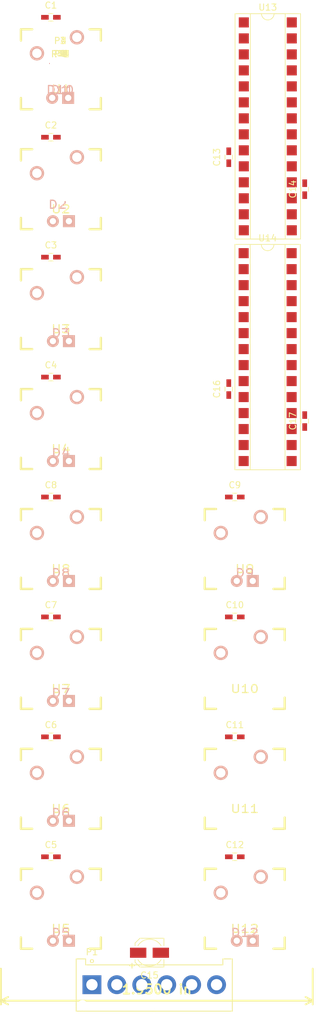
<source format=kicad_pcb>
(kicad_pcb (version 4) (host pcbnew 4.0.4-stable)

  (general
    (links 138)
    (no_connects 122)
    (area 0 0 0 0)
    (thickness 1.6)
    (drawings 1)
    (tracks 0)
    (zones 0)
    (modules 71)
    (nets 43)
  )

  (page A4)
  (layers
    (0 F.Cu signal)
    (31 B.Cu signal)
    (32 B.Adhes user)
    (33 F.Adhes user)
    (34 B.Paste user)
    (35 F.Paste user)
    (36 B.SilkS user)
    (37 F.SilkS user)
    (38 B.Mask user)
    (39 F.Mask user)
    (40 Dwgs.User user)
    (41 Cmts.User user)
    (42 Eco1.User user)
    (43 Eco2.User user)
    (44 Edge.Cuts user)
    (45 Margin user)
    (46 B.CrtYd user)
    (47 F.CrtYd user)
    (48 B.Fab user)
    (49 F.Fab user)
  )

  (setup
    (last_trace_width 0.7)
    (trace_clearance 0.4)
    (zone_clearance 0.508)
    (zone_45_only no)
    (trace_min 0.2)
    (segment_width 0.2)
    (edge_width 0.15)
    (via_size 0.8)
    (via_drill 0.7)
    (via_min_size 0.4)
    (via_min_drill 0.3)
    (uvia_size 0.3)
    (uvia_drill 0.1)
    (uvias_allowed no)
    (uvia_min_size 0.2)
    (uvia_min_drill 0.1)
    (pcb_text_width 0.3)
    (pcb_text_size 1.5 1.5)
    (mod_edge_width 0.15)
    (mod_text_size 1 1)
    (mod_text_width 0.15)
    (pad_size 1.524 1.524)
    (pad_drill 0.762)
    (pad_to_mask_clearance 0.2)
    (aux_axis_origin 0 0)
    (visible_elements FFFFFF7F)
    (pcbplotparams
      (layerselection 0x00030_80000001)
      (usegerberextensions false)
      (excludeedgelayer true)
      (linewidth 0.100000)
      (plotframeref false)
      (viasonmask false)
      (mode 1)
      (useauxorigin false)
      (hpglpennumber 1)
      (hpglpenspeed 20)
      (hpglpendiameter 15)
      (hpglpenoverlay 2)
      (psnegative false)
      (psa4output false)
      (plotreference true)
      (plotvalue true)
      (plotinvisibletext false)
      (padsonsilk false)
      (subtractmaskfromsilk false)
      (outputformat 1)
      (mirror false)
      (drillshape 1)
      (scaleselection 1)
      (outputdirectory ""))
  )

  (net 0 "")
  (net 1 /VDD)
  (net 2 "Net-(C1-Pad2)")
  (net 3 "Net-(C2-Pad2)")
  (net 4 "Net-(C3-Pad2)")
  (net 5 "Net-(C4-Pad2)")
  (net 6 "Net-(C5-Pad2)")
  (net 7 "Net-(C6-Pad2)")
  (net 8 "Net-(C7-Pad2)")
  (net 9 "Net-(C8-Pad2)")
  (net 10 "Net-(C9-Pad2)")
  (net 11 "Net-(C10-Pad2)")
  (net 12 "Net-(C11-Pad2)")
  (net 13 "Net-(C12-Pad2)")
  (net 14 /GND)
  (net 15 "Net-(D1-Pad1)")
  (net 16 "Net-(D2-Pad1)")
  (net 17 "Net-(D3-Pad1)")
  (net 18 "Net-(D4-Pad1)")
  (net 19 "Net-(D5-Pad1)")
  (net 20 "Net-(D6-Pad1)")
  (net 21 "Net-(D7-Pad1)")
  (net 22 "Net-(D8-Pad1)")
  (net 23 "Net-(R13-Pad1)")
  (net 24 "Net-(R14-Pad1)")
  (net 25 "Net-(R15-Pad1)")
  (net 26 "Net-(R16-Pad1)")
  (net 27 "Net-(R17-Pad1)")
  (net 28 "Net-(R18-Pad1)")
  (net 29 "Net-(R19-Pad1)")
  (net 30 "Net-(R20-Pad1)")
  (net 31 "Net-(R21-Pad1)")
  (net 32 "Net-(R22-Pad1)")
  (net 33 "Net-(R23-Pad1)")
  (net 34 "Net-(R24-Pad1)")
  (net 35 /intB)
  (net 36 /intA)
  (net 37 /S_CLK_L)
  (net 38 /S_DAT_L)
  (net 39 "Net-(D9-Pad1)")
  (net 40 "Net-(D10-Pad1)")
  (net 41 "Net-(D11-Pad1)")
  (net 42 "Net-(D12-Pad1)")

  (net_class Default "This is the default net class."
    (clearance 0.4)
    (trace_width 0.7)
    (via_dia 0.8)
    (via_drill 0.7)
    (uvia_dia 0.3)
    (uvia_drill 0.1)
    (add_net /GND)
    (add_net /S_CLK_L)
    (add_net /S_DAT_L)
    (add_net /VDD)
    (add_net /intA)
    (add_net /intB)
    (add_net "Net-(C1-Pad2)")
    (add_net "Net-(C10-Pad2)")
    (add_net "Net-(C11-Pad2)")
    (add_net "Net-(C12-Pad2)")
    (add_net "Net-(C2-Pad2)")
    (add_net "Net-(C3-Pad2)")
    (add_net "Net-(C4-Pad2)")
    (add_net "Net-(C5-Pad2)")
    (add_net "Net-(C6-Pad2)")
    (add_net "Net-(C7-Pad2)")
    (add_net "Net-(C8-Pad2)")
    (add_net "Net-(C9-Pad2)")
    (add_net "Net-(D1-Pad1)")
    (add_net "Net-(D10-Pad1)")
    (add_net "Net-(D11-Pad1)")
    (add_net "Net-(D12-Pad1)")
    (add_net "Net-(D2-Pad1)")
    (add_net "Net-(D3-Pad1)")
    (add_net "Net-(D4-Pad1)")
    (add_net "Net-(D5-Pad1)")
    (add_net "Net-(D6-Pad1)")
    (add_net "Net-(D7-Pad1)")
    (add_net "Net-(D8-Pad1)")
    (add_net "Net-(D9-Pad1)")
    (add_net "Net-(R13-Pad1)")
    (add_net "Net-(R14-Pad1)")
    (add_net "Net-(R15-Pad1)")
    (add_net "Net-(R16-Pad1)")
    (add_net "Net-(R17-Pad1)")
    (add_net "Net-(R18-Pad1)")
    (add_net "Net-(R19-Pad1)")
    (add_net "Net-(R20-Pad1)")
    (add_net "Net-(R21-Pad1)")
    (add_net "Net-(R22-Pad1)")
    (add_net "Net-(R23-Pad1)")
    (add_net "Net-(R24-Pad1)")
  )

  (module Capacitors_SMD:C_0603_HandSoldering (layer F.Cu) (tedit 541A9B4D) (tstamp 589A54FB)
    (at 91.12 36.83)
    (descr "Capacitor SMD 0603, hand soldering")
    (tags "capacitor 0603")
    (path /588A5283)
    (attr smd)
    (fp_text reference C1 (at 0 -1.9) (layer F.SilkS)
      (effects (font (size 1 1) (thickness 0.15)))
    )
    (fp_text value 100n (at 0 1.9) (layer F.Fab)
      (effects (font (size 1 1) (thickness 0.15)))
    )
    (fp_line (start -0.8 0.4) (end -0.8 -0.4) (layer F.Fab) (width 0.1))
    (fp_line (start 0.8 0.4) (end -0.8 0.4) (layer F.Fab) (width 0.1))
    (fp_line (start 0.8 -0.4) (end 0.8 0.4) (layer F.Fab) (width 0.1))
    (fp_line (start -0.8 -0.4) (end 0.8 -0.4) (layer F.Fab) (width 0.1))
    (fp_line (start -1.85 -0.75) (end 1.85 -0.75) (layer F.CrtYd) (width 0.05))
    (fp_line (start -1.85 0.75) (end 1.85 0.75) (layer F.CrtYd) (width 0.05))
    (fp_line (start -1.85 -0.75) (end -1.85 0.75) (layer F.CrtYd) (width 0.05))
    (fp_line (start 1.85 -0.75) (end 1.85 0.75) (layer F.CrtYd) (width 0.05))
    (fp_line (start -0.35 -0.6) (end 0.35 -0.6) (layer F.SilkS) (width 0.12))
    (fp_line (start 0.35 0.6) (end -0.35 0.6) (layer F.SilkS) (width 0.12))
    (pad 1 smd rect (at -0.95 0) (size 1.2 0.75) (layers F.Cu F.Paste F.Mask)
      (net 1 /VDD))
    (pad 2 smd rect (at 0.95 0) (size 1.2 0.75) (layers F.Cu F.Paste F.Mask)
      (net 2 "Net-(C1-Pad2)"))
    (model Capacitors_SMD.3dshapes/C_0603_HandSoldering.wrl
      (at (xyz 0 0 0))
      (scale (xyz 1 1 1))
      (rotate (xyz 0 0 0))
    )
  )

  (module Capacitors_SMD:C_0603_HandSoldering (layer F.Cu) (tedit 541A9B4D) (tstamp 589A550B)
    (at 91.125 55.88)
    (descr "Capacitor SMD 0603, hand soldering")
    (tags "capacitor 0603")
    (path /588A73D4)
    (attr smd)
    (fp_text reference C2 (at 0 -1.9) (layer F.SilkS)
      (effects (font (size 1 1) (thickness 0.15)))
    )
    (fp_text value 100n (at 0 1.9) (layer F.Fab)
      (effects (font (size 1 1) (thickness 0.15)))
    )
    (fp_line (start -0.8 0.4) (end -0.8 -0.4) (layer F.Fab) (width 0.1))
    (fp_line (start 0.8 0.4) (end -0.8 0.4) (layer F.Fab) (width 0.1))
    (fp_line (start 0.8 -0.4) (end 0.8 0.4) (layer F.Fab) (width 0.1))
    (fp_line (start -0.8 -0.4) (end 0.8 -0.4) (layer F.Fab) (width 0.1))
    (fp_line (start -1.85 -0.75) (end 1.85 -0.75) (layer F.CrtYd) (width 0.05))
    (fp_line (start -1.85 0.75) (end 1.85 0.75) (layer F.CrtYd) (width 0.05))
    (fp_line (start -1.85 -0.75) (end -1.85 0.75) (layer F.CrtYd) (width 0.05))
    (fp_line (start 1.85 -0.75) (end 1.85 0.75) (layer F.CrtYd) (width 0.05))
    (fp_line (start -0.35 -0.6) (end 0.35 -0.6) (layer F.SilkS) (width 0.12))
    (fp_line (start 0.35 0.6) (end -0.35 0.6) (layer F.SilkS) (width 0.12))
    (pad 1 smd rect (at -0.95 0) (size 1.2 0.75) (layers F.Cu F.Paste F.Mask)
      (net 1 /VDD))
    (pad 2 smd rect (at 0.95 0) (size 1.2 0.75) (layers F.Cu F.Paste F.Mask)
      (net 3 "Net-(C2-Pad2)"))
    (model Capacitors_SMD.3dshapes/C_0603_HandSoldering.wrl
      (at (xyz 0 0 0))
      (scale (xyz 1 1 1))
      (rotate (xyz 0 0 0))
    )
  )

  (module Capacitors_SMD:C_0603_HandSoldering (layer F.Cu) (tedit 541A9B4D) (tstamp 589A551B)
    (at 91.125 74.93)
    (descr "Capacitor SMD 0603, hand soldering")
    (tags "capacitor 0603")
    (path /588A749A)
    (attr smd)
    (fp_text reference C3 (at 0 -1.9) (layer F.SilkS)
      (effects (font (size 1 1) (thickness 0.15)))
    )
    (fp_text value 100n (at 0 1.9) (layer F.Fab)
      (effects (font (size 1 1) (thickness 0.15)))
    )
    (fp_line (start -0.8 0.4) (end -0.8 -0.4) (layer F.Fab) (width 0.1))
    (fp_line (start 0.8 0.4) (end -0.8 0.4) (layer F.Fab) (width 0.1))
    (fp_line (start 0.8 -0.4) (end 0.8 0.4) (layer F.Fab) (width 0.1))
    (fp_line (start -0.8 -0.4) (end 0.8 -0.4) (layer F.Fab) (width 0.1))
    (fp_line (start -1.85 -0.75) (end 1.85 -0.75) (layer F.CrtYd) (width 0.05))
    (fp_line (start -1.85 0.75) (end 1.85 0.75) (layer F.CrtYd) (width 0.05))
    (fp_line (start -1.85 -0.75) (end -1.85 0.75) (layer F.CrtYd) (width 0.05))
    (fp_line (start 1.85 -0.75) (end 1.85 0.75) (layer F.CrtYd) (width 0.05))
    (fp_line (start -0.35 -0.6) (end 0.35 -0.6) (layer F.SilkS) (width 0.12))
    (fp_line (start 0.35 0.6) (end -0.35 0.6) (layer F.SilkS) (width 0.12))
    (pad 1 smd rect (at -0.95 0) (size 1.2 0.75) (layers F.Cu F.Paste F.Mask)
      (net 1 /VDD))
    (pad 2 smd rect (at 0.95 0) (size 1.2 0.75) (layers F.Cu F.Paste F.Mask)
      (net 4 "Net-(C3-Pad2)"))
    (model Capacitors_SMD.3dshapes/C_0603_HandSoldering.wrl
      (at (xyz 0 0 0))
      (scale (xyz 1 1 1))
      (rotate (xyz 0 0 0))
    )
  )

  (module Capacitors_SMD:C_0603_HandSoldering (layer F.Cu) (tedit 541A9B4D) (tstamp 589A552B)
    (at 91.125 93.98)
    (descr "Capacitor SMD 0603, hand soldering")
    (tags "capacitor 0603")
    (path /588C5DB1)
    (attr smd)
    (fp_text reference C4 (at 0 -1.9) (layer F.SilkS)
      (effects (font (size 1 1) (thickness 0.15)))
    )
    (fp_text value 100n (at 0 1.9) (layer F.Fab)
      (effects (font (size 1 1) (thickness 0.15)))
    )
    (fp_line (start -0.8 0.4) (end -0.8 -0.4) (layer F.Fab) (width 0.1))
    (fp_line (start 0.8 0.4) (end -0.8 0.4) (layer F.Fab) (width 0.1))
    (fp_line (start 0.8 -0.4) (end 0.8 0.4) (layer F.Fab) (width 0.1))
    (fp_line (start -0.8 -0.4) (end 0.8 -0.4) (layer F.Fab) (width 0.1))
    (fp_line (start -1.85 -0.75) (end 1.85 -0.75) (layer F.CrtYd) (width 0.05))
    (fp_line (start -1.85 0.75) (end 1.85 0.75) (layer F.CrtYd) (width 0.05))
    (fp_line (start -1.85 -0.75) (end -1.85 0.75) (layer F.CrtYd) (width 0.05))
    (fp_line (start 1.85 -0.75) (end 1.85 0.75) (layer F.CrtYd) (width 0.05))
    (fp_line (start -0.35 -0.6) (end 0.35 -0.6) (layer F.SilkS) (width 0.12))
    (fp_line (start 0.35 0.6) (end -0.35 0.6) (layer F.SilkS) (width 0.12))
    (pad 1 smd rect (at -0.95 0) (size 1.2 0.75) (layers F.Cu F.Paste F.Mask)
      (net 1 /VDD))
    (pad 2 smd rect (at 0.95 0) (size 1.2 0.75) (layers F.Cu F.Paste F.Mask)
      (net 5 "Net-(C4-Pad2)"))
    (model Capacitors_SMD.3dshapes/C_0603_HandSoldering.wrl
      (at (xyz 0 0 0))
      (scale (xyz 1 1 1))
      (rotate (xyz 0 0 0))
    )
  )

  (module Capacitors_SMD:C_0603_HandSoldering (layer F.Cu) (tedit 541A9B4D) (tstamp 589A553B)
    (at 91.125 170.18)
    (descr "Capacitor SMD 0603, hand soldering")
    (tags "capacitor 0603")
    (path /588A7BDC)
    (attr smd)
    (fp_text reference C5 (at 0 -1.9) (layer F.SilkS)
      (effects (font (size 1 1) (thickness 0.15)))
    )
    (fp_text value 100n (at 0 1.9) (layer F.Fab)
      (effects (font (size 1 1) (thickness 0.15)))
    )
    (fp_line (start -0.8 0.4) (end -0.8 -0.4) (layer F.Fab) (width 0.1))
    (fp_line (start 0.8 0.4) (end -0.8 0.4) (layer F.Fab) (width 0.1))
    (fp_line (start 0.8 -0.4) (end 0.8 0.4) (layer F.Fab) (width 0.1))
    (fp_line (start -0.8 -0.4) (end 0.8 -0.4) (layer F.Fab) (width 0.1))
    (fp_line (start -1.85 -0.75) (end 1.85 -0.75) (layer F.CrtYd) (width 0.05))
    (fp_line (start -1.85 0.75) (end 1.85 0.75) (layer F.CrtYd) (width 0.05))
    (fp_line (start -1.85 -0.75) (end -1.85 0.75) (layer F.CrtYd) (width 0.05))
    (fp_line (start 1.85 -0.75) (end 1.85 0.75) (layer F.CrtYd) (width 0.05))
    (fp_line (start -0.35 -0.6) (end 0.35 -0.6) (layer F.SilkS) (width 0.12))
    (fp_line (start 0.35 0.6) (end -0.35 0.6) (layer F.SilkS) (width 0.12))
    (pad 1 smd rect (at -0.95 0) (size 1.2 0.75) (layers F.Cu F.Paste F.Mask)
      (net 1 /VDD))
    (pad 2 smd rect (at 0.95 0) (size 1.2 0.75) (layers F.Cu F.Paste F.Mask)
      (net 6 "Net-(C5-Pad2)"))
    (model Capacitors_SMD.3dshapes/C_0603_HandSoldering.wrl
      (at (xyz 0 0 0))
      (scale (xyz 1 1 1))
      (rotate (xyz 0 0 0))
    )
  )

  (module Capacitors_SMD:C_0603_HandSoldering (layer F.Cu) (tedit 541A9B4D) (tstamp 589A554B)
    (at 91.125 151.13)
    (descr "Capacitor SMD 0603, hand soldering")
    (tags "capacitor 0603")
    (path /588A82D0)
    (attr smd)
    (fp_text reference C6 (at 0 -1.9) (layer F.SilkS)
      (effects (font (size 1 1) (thickness 0.15)))
    )
    (fp_text value 100n (at 0 1.9) (layer F.Fab)
      (effects (font (size 1 1) (thickness 0.15)))
    )
    (fp_line (start -0.8 0.4) (end -0.8 -0.4) (layer F.Fab) (width 0.1))
    (fp_line (start 0.8 0.4) (end -0.8 0.4) (layer F.Fab) (width 0.1))
    (fp_line (start 0.8 -0.4) (end 0.8 0.4) (layer F.Fab) (width 0.1))
    (fp_line (start -0.8 -0.4) (end 0.8 -0.4) (layer F.Fab) (width 0.1))
    (fp_line (start -1.85 -0.75) (end 1.85 -0.75) (layer F.CrtYd) (width 0.05))
    (fp_line (start -1.85 0.75) (end 1.85 0.75) (layer F.CrtYd) (width 0.05))
    (fp_line (start -1.85 -0.75) (end -1.85 0.75) (layer F.CrtYd) (width 0.05))
    (fp_line (start 1.85 -0.75) (end 1.85 0.75) (layer F.CrtYd) (width 0.05))
    (fp_line (start -0.35 -0.6) (end 0.35 -0.6) (layer F.SilkS) (width 0.12))
    (fp_line (start 0.35 0.6) (end -0.35 0.6) (layer F.SilkS) (width 0.12))
    (pad 1 smd rect (at -0.95 0) (size 1.2 0.75) (layers F.Cu F.Paste F.Mask)
      (net 1 /VDD))
    (pad 2 smd rect (at 0.95 0) (size 1.2 0.75) (layers F.Cu F.Paste F.Mask)
      (net 7 "Net-(C6-Pad2)"))
    (model Capacitors_SMD.3dshapes/C_0603_HandSoldering.wrl
      (at (xyz 0 0 0))
      (scale (xyz 1 1 1))
      (rotate (xyz 0 0 0))
    )
  )

  (module Capacitors_SMD:C_0603_HandSoldering (layer F.Cu) (tedit 541A9B4D) (tstamp 589A555B)
    (at 91.125 132.08)
    (descr "Capacitor SMD 0603, hand soldering")
    (tags "capacitor 0603")
    (path /588A83A5)
    (attr smd)
    (fp_text reference C7 (at 0 -1.9) (layer F.SilkS)
      (effects (font (size 1 1) (thickness 0.15)))
    )
    (fp_text value 100n (at 0 1.9) (layer F.Fab)
      (effects (font (size 1 1) (thickness 0.15)))
    )
    (fp_line (start -0.8 0.4) (end -0.8 -0.4) (layer F.Fab) (width 0.1))
    (fp_line (start 0.8 0.4) (end -0.8 0.4) (layer F.Fab) (width 0.1))
    (fp_line (start 0.8 -0.4) (end 0.8 0.4) (layer F.Fab) (width 0.1))
    (fp_line (start -0.8 -0.4) (end 0.8 -0.4) (layer F.Fab) (width 0.1))
    (fp_line (start -1.85 -0.75) (end 1.85 -0.75) (layer F.CrtYd) (width 0.05))
    (fp_line (start -1.85 0.75) (end 1.85 0.75) (layer F.CrtYd) (width 0.05))
    (fp_line (start -1.85 -0.75) (end -1.85 0.75) (layer F.CrtYd) (width 0.05))
    (fp_line (start 1.85 -0.75) (end 1.85 0.75) (layer F.CrtYd) (width 0.05))
    (fp_line (start -0.35 -0.6) (end 0.35 -0.6) (layer F.SilkS) (width 0.12))
    (fp_line (start 0.35 0.6) (end -0.35 0.6) (layer F.SilkS) (width 0.12))
    (pad 1 smd rect (at -0.95 0) (size 1.2 0.75) (layers F.Cu F.Paste F.Mask)
      (net 1 /VDD))
    (pad 2 smd rect (at 0.95 0) (size 1.2 0.75) (layers F.Cu F.Paste F.Mask)
      (net 8 "Net-(C7-Pad2)"))
    (model Capacitors_SMD.3dshapes/C_0603_HandSoldering.wrl
      (at (xyz 0 0 0))
      (scale (xyz 1 1 1))
      (rotate (xyz 0 0 0))
    )
  )

  (module Capacitors_SMD:C_0603_HandSoldering (layer F.Cu) (tedit 541A9B4D) (tstamp 589A556B)
    (at 91.125 113.03)
    (descr "Capacitor SMD 0603, hand soldering")
    (tags "capacitor 0603")
    (path /588A9847)
    (attr smd)
    (fp_text reference C8 (at 0 -1.9) (layer F.SilkS)
      (effects (font (size 1 1) (thickness 0.15)))
    )
    (fp_text value 100n (at 0 1.9) (layer F.Fab)
      (effects (font (size 1 1) (thickness 0.15)))
    )
    (fp_line (start -0.8 0.4) (end -0.8 -0.4) (layer F.Fab) (width 0.1))
    (fp_line (start 0.8 0.4) (end -0.8 0.4) (layer F.Fab) (width 0.1))
    (fp_line (start 0.8 -0.4) (end 0.8 0.4) (layer F.Fab) (width 0.1))
    (fp_line (start -0.8 -0.4) (end 0.8 -0.4) (layer F.Fab) (width 0.1))
    (fp_line (start -1.85 -0.75) (end 1.85 -0.75) (layer F.CrtYd) (width 0.05))
    (fp_line (start -1.85 0.75) (end 1.85 0.75) (layer F.CrtYd) (width 0.05))
    (fp_line (start -1.85 -0.75) (end -1.85 0.75) (layer F.CrtYd) (width 0.05))
    (fp_line (start 1.85 -0.75) (end 1.85 0.75) (layer F.CrtYd) (width 0.05))
    (fp_line (start -0.35 -0.6) (end 0.35 -0.6) (layer F.SilkS) (width 0.12))
    (fp_line (start 0.35 0.6) (end -0.35 0.6) (layer F.SilkS) (width 0.12))
    (pad 1 smd rect (at -0.95 0) (size 1.2 0.75) (layers F.Cu F.Paste F.Mask)
      (net 1 /VDD))
    (pad 2 smd rect (at 0.95 0) (size 1.2 0.75) (layers F.Cu F.Paste F.Mask)
      (net 9 "Net-(C8-Pad2)"))
    (model Capacitors_SMD.3dshapes/C_0603_HandSoldering.wrl
      (at (xyz 0 0 0))
      (scale (xyz 1 1 1))
      (rotate (xyz 0 0 0))
    )
  )

  (module Capacitors_SMD:C_0603_HandSoldering (layer F.Cu) (tedit 541A9B4D) (tstamp 589A557B)
    (at 120.335 113.03)
    (descr "Capacitor SMD 0603, hand soldering")
    (tags "capacitor 0603")
    (path /588A9926)
    (attr smd)
    (fp_text reference C9 (at 0 -1.9) (layer F.SilkS)
      (effects (font (size 1 1) (thickness 0.15)))
    )
    (fp_text value 100n (at 0 1.9) (layer F.Fab)
      (effects (font (size 1 1) (thickness 0.15)))
    )
    (fp_line (start -0.8 0.4) (end -0.8 -0.4) (layer F.Fab) (width 0.1))
    (fp_line (start 0.8 0.4) (end -0.8 0.4) (layer F.Fab) (width 0.1))
    (fp_line (start 0.8 -0.4) (end 0.8 0.4) (layer F.Fab) (width 0.1))
    (fp_line (start -0.8 -0.4) (end 0.8 -0.4) (layer F.Fab) (width 0.1))
    (fp_line (start -1.85 -0.75) (end 1.85 -0.75) (layer F.CrtYd) (width 0.05))
    (fp_line (start -1.85 0.75) (end 1.85 0.75) (layer F.CrtYd) (width 0.05))
    (fp_line (start -1.85 -0.75) (end -1.85 0.75) (layer F.CrtYd) (width 0.05))
    (fp_line (start 1.85 -0.75) (end 1.85 0.75) (layer F.CrtYd) (width 0.05))
    (fp_line (start -0.35 -0.6) (end 0.35 -0.6) (layer F.SilkS) (width 0.12))
    (fp_line (start 0.35 0.6) (end -0.35 0.6) (layer F.SilkS) (width 0.12))
    (pad 1 smd rect (at -0.95 0) (size 1.2 0.75) (layers F.Cu F.Paste F.Mask)
      (net 1 /VDD))
    (pad 2 smd rect (at 0.95 0) (size 1.2 0.75) (layers F.Cu F.Paste F.Mask)
      (net 10 "Net-(C9-Pad2)"))
    (model Capacitors_SMD.3dshapes/C_0603_HandSoldering.wrl
      (at (xyz 0 0 0))
      (scale (xyz 1 1 1))
      (rotate (xyz 0 0 0))
    )
  )

  (module Capacitors_SMD:C_0603_HandSoldering (layer F.Cu) (tedit 541A9B4D) (tstamp 589A558B)
    (at 120.335 132.08)
    (descr "Capacitor SMD 0603, hand soldering")
    (tags "capacitor 0603")
    (path /588A9CFC)
    (attr smd)
    (fp_text reference C10 (at 0 -1.9) (layer F.SilkS)
      (effects (font (size 1 1) (thickness 0.15)))
    )
    (fp_text value 100n (at 0 1.9) (layer F.Fab)
      (effects (font (size 1 1) (thickness 0.15)))
    )
    (fp_line (start -0.8 0.4) (end -0.8 -0.4) (layer F.Fab) (width 0.1))
    (fp_line (start 0.8 0.4) (end -0.8 0.4) (layer F.Fab) (width 0.1))
    (fp_line (start 0.8 -0.4) (end 0.8 0.4) (layer F.Fab) (width 0.1))
    (fp_line (start -0.8 -0.4) (end 0.8 -0.4) (layer F.Fab) (width 0.1))
    (fp_line (start -1.85 -0.75) (end 1.85 -0.75) (layer F.CrtYd) (width 0.05))
    (fp_line (start -1.85 0.75) (end 1.85 0.75) (layer F.CrtYd) (width 0.05))
    (fp_line (start -1.85 -0.75) (end -1.85 0.75) (layer F.CrtYd) (width 0.05))
    (fp_line (start 1.85 -0.75) (end 1.85 0.75) (layer F.CrtYd) (width 0.05))
    (fp_line (start -0.35 -0.6) (end 0.35 -0.6) (layer F.SilkS) (width 0.12))
    (fp_line (start 0.35 0.6) (end -0.35 0.6) (layer F.SilkS) (width 0.12))
    (pad 1 smd rect (at -0.95 0) (size 1.2 0.75) (layers F.Cu F.Paste F.Mask)
      (net 1 /VDD))
    (pad 2 smd rect (at 0.95 0) (size 1.2 0.75) (layers F.Cu F.Paste F.Mask)
      (net 11 "Net-(C10-Pad2)"))
    (model Capacitors_SMD.3dshapes/C_0603_HandSoldering.wrl
      (at (xyz 0 0 0))
      (scale (xyz 1 1 1))
      (rotate (xyz 0 0 0))
    )
  )

  (module Capacitors_SMD:C_0603_HandSoldering (layer F.Cu) (tedit 541A9B4D) (tstamp 589A559B)
    (at 120.335 151.13)
    (descr "Capacitor SMD 0603, hand soldering")
    (tags "capacitor 0603")
    (path /588AA18C)
    (attr smd)
    (fp_text reference C11 (at 0 -1.9) (layer F.SilkS)
      (effects (font (size 1 1) (thickness 0.15)))
    )
    (fp_text value 100n (at 0 1.9) (layer F.Fab)
      (effects (font (size 1 1) (thickness 0.15)))
    )
    (fp_line (start -0.8 0.4) (end -0.8 -0.4) (layer F.Fab) (width 0.1))
    (fp_line (start 0.8 0.4) (end -0.8 0.4) (layer F.Fab) (width 0.1))
    (fp_line (start 0.8 -0.4) (end 0.8 0.4) (layer F.Fab) (width 0.1))
    (fp_line (start -0.8 -0.4) (end 0.8 -0.4) (layer F.Fab) (width 0.1))
    (fp_line (start -1.85 -0.75) (end 1.85 -0.75) (layer F.CrtYd) (width 0.05))
    (fp_line (start -1.85 0.75) (end 1.85 0.75) (layer F.CrtYd) (width 0.05))
    (fp_line (start -1.85 -0.75) (end -1.85 0.75) (layer F.CrtYd) (width 0.05))
    (fp_line (start 1.85 -0.75) (end 1.85 0.75) (layer F.CrtYd) (width 0.05))
    (fp_line (start -0.35 -0.6) (end 0.35 -0.6) (layer F.SilkS) (width 0.12))
    (fp_line (start 0.35 0.6) (end -0.35 0.6) (layer F.SilkS) (width 0.12))
    (pad 1 smd rect (at -0.95 0) (size 1.2 0.75) (layers F.Cu F.Paste F.Mask)
      (net 1 /VDD))
    (pad 2 smd rect (at 0.95 0) (size 1.2 0.75) (layers F.Cu F.Paste F.Mask)
      (net 12 "Net-(C11-Pad2)"))
    (model Capacitors_SMD.3dshapes/C_0603_HandSoldering.wrl
      (at (xyz 0 0 0))
      (scale (xyz 1 1 1))
      (rotate (xyz 0 0 0))
    )
  )

  (module Capacitors_SMD:C_0603_HandSoldering (layer F.Cu) (tedit 541A9B4D) (tstamp 589A55AB)
    (at 120.335 170.18)
    (descr "Capacitor SMD 0603, hand soldering")
    (tags "capacitor 0603")
    (path /588AA26C)
    (attr smd)
    (fp_text reference C12 (at 0 -1.9) (layer F.SilkS)
      (effects (font (size 1 1) (thickness 0.15)))
    )
    (fp_text value 100n (at 0 1.9) (layer F.Fab)
      (effects (font (size 1 1) (thickness 0.15)))
    )
    (fp_line (start -0.8 0.4) (end -0.8 -0.4) (layer F.Fab) (width 0.1))
    (fp_line (start 0.8 0.4) (end -0.8 0.4) (layer F.Fab) (width 0.1))
    (fp_line (start 0.8 -0.4) (end 0.8 0.4) (layer F.Fab) (width 0.1))
    (fp_line (start -0.8 -0.4) (end 0.8 -0.4) (layer F.Fab) (width 0.1))
    (fp_line (start -1.85 -0.75) (end 1.85 -0.75) (layer F.CrtYd) (width 0.05))
    (fp_line (start -1.85 0.75) (end 1.85 0.75) (layer F.CrtYd) (width 0.05))
    (fp_line (start -1.85 -0.75) (end -1.85 0.75) (layer F.CrtYd) (width 0.05))
    (fp_line (start 1.85 -0.75) (end 1.85 0.75) (layer F.CrtYd) (width 0.05))
    (fp_line (start -0.35 -0.6) (end 0.35 -0.6) (layer F.SilkS) (width 0.12))
    (fp_line (start 0.35 0.6) (end -0.35 0.6) (layer F.SilkS) (width 0.12))
    (pad 1 smd rect (at -0.95 0) (size 1.2 0.75) (layers F.Cu F.Paste F.Mask)
      (net 1 /VDD))
    (pad 2 smd rect (at 0.95 0) (size 1.2 0.75) (layers F.Cu F.Paste F.Mask)
      (net 13 "Net-(C12-Pad2)"))
    (model Capacitors_SMD.3dshapes/C_0603_HandSoldering.wrl
      (at (xyz 0 0 0))
      (scale (xyz 1 1 1))
      (rotate (xyz 0 0 0))
    )
  )

  (module Capacitors_SMD:C_0603_HandSoldering (layer F.Cu) (tedit 541A9B4D) (tstamp 589A55BB)
    (at 119.38 59.055 90)
    (descr "Capacitor SMD 0603, hand soldering")
    (tags "capacitor 0603")
    (path /5888FF6D)
    (attr smd)
    (fp_text reference C13 (at 0 -1.9 90) (layer F.SilkS)
      (effects (font (size 1 1) (thickness 0.15)))
    )
    (fp_text value 100n (at 0 1.9 90) (layer F.Fab)
      (effects (font (size 1 1) (thickness 0.15)))
    )
    (fp_line (start -0.8 0.4) (end -0.8 -0.4) (layer F.Fab) (width 0.1))
    (fp_line (start 0.8 0.4) (end -0.8 0.4) (layer F.Fab) (width 0.1))
    (fp_line (start 0.8 -0.4) (end 0.8 0.4) (layer F.Fab) (width 0.1))
    (fp_line (start -0.8 -0.4) (end 0.8 -0.4) (layer F.Fab) (width 0.1))
    (fp_line (start -1.85 -0.75) (end 1.85 -0.75) (layer F.CrtYd) (width 0.05))
    (fp_line (start -1.85 0.75) (end 1.85 0.75) (layer F.CrtYd) (width 0.05))
    (fp_line (start -1.85 -0.75) (end -1.85 0.75) (layer F.CrtYd) (width 0.05))
    (fp_line (start 1.85 -0.75) (end 1.85 0.75) (layer F.CrtYd) (width 0.05))
    (fp_line (start -0.35 -0.6) (end 0.35 -0.6) (layer F.SilkS) (width 0.12))
    (fp_line (start 0.35 0.6) (end -0.35 0.6) (layer F.SilkS) (width 0.12))
    (pad 1 smd rect (at -0.95 0 90) (size 1.2 0.75) (layers F.Cu F.Paste F.Mask)
      (net 14 /GND))
    (pad 2 smd rect (at 0.95 0 90) (size 1.2 0.75) (layers F.Cu F.Paste F.Mask)
      (net 1 /VDD))
    (model Capacitors_SMD.3dshapes/C_0603_HandSoldering.wrl
      (at (xyz 0 0 0))
      (scale (xyz 1 1 1))
      (rotate (xyz 0 0 0))
    )
  )

  (module Capacitors_SMD:C_0603_HandSoldering (layer F.Cu) (tedit 541A9B4D) (tstamp 589A55CB)
    (at 131.445 64.135 90)
    (descr "Capacitor SMD 0603, hand soldering")
    (tags "capacitor 0603")
    (path /5889000C)
    (attr smd)
    (fp_text reference C14 (at 0 -1.9 90) (layer F.SilkS)
      (effects (font (size 1 1) (thickness 0.15)))
    )
    (fp_text value 100n (at 0 1.9 90) (layer F.Fab)
      (effects (font (size 1 1) (thickness 0.15)))
    )
    (fp_line (start -0.8 0.4) (end -0.8 -0.4) (layer F.Fab) (width 0.1))
    (fp_line (start 0.8 0.4) (end -0.8 0.4) (layer F.Fab) (width 0.1))
    (fp_line (start 0.8 -0.4) (end 0.8 0.4) (layer F.Fab) (width 0.1))
    (fp_line (start -0.8 -0.4) (end 0.8 -0.4) (layer F.Fab) (width 0.1))
    (fp_line (start -1.85 -0.75) (end 1.85 -0.75) (layer F.CrtYd) (width 0.05))
    (fp_line (start -1.85 0.75) (end 1.85 0.75) (layer F.CrtYd) (width 0.05))
    (fp_line (start -1.85 -0.75) (end -1.85 0.75) (layer F.CrtYd) (width 0.05))
    (fp_line (start 1.85 -0.75) (end 1.85 0.75) (layer F.CrtYd) (width 0.05))
    (fp_line (start -0.35 -0.6) (end 0.35 -0.6) (layer F.SilkS) (width 0.12))
    (fp_line (start 0.35 0.6) (end -0.35 0.6) (layer F.SilkS) (width 0.12))
    (pad 1 smd rect (at -0.95 0 90) (size 1.2 0.75) (layers F.Cu F.Paste F.Mask)
      (net 14 /GND))
    (pad 2 smd rect (at 0.95 0 90) (size 1.2 0.75) (layers F.Cu F.Paste F.Mask)
      (net 1 /VDD))
    (model Capacitors_SMD.3dshapes/C_0603_HandSoldering.wrl
      (at (xyz 0 0 0))
      (scale (xyz 1 1 1))
      (rotate (xyz 0 0 0))
    )
  )

  (module Capacitors_SMD:CP_Elec_4x4.5 (layer F.Cu) (tedit 57FA4379) (tstamp 589A55E7)
    (at 106.785 185.42)
    (descr "SMT capacitor, aluminium electrolytic, 4x4.5")
    (path /588A5E45)
    (attr smd)
    (fp_text reference C15 (at 0 3.58 180) (layer F.SilkS)
      (effects (font (size 1 1) (thickness 0.15)))
    )
    (fp_text value 4.7u (at 0 -3.45 180) (layer F.Fab)
      (effects (font (size 1 1) (thickness 0.15)))
    )
    (fp_text user + (at -1.24 -0.08) (layer F.Fab)
      (effects (font (size 1 1) (thickness 0.15)))
    )
    (fp_text user + (at -2.78 1.99 180) (layer F.SilkS)
      (effects (font (size 1 1) (thickness 0.15)))
    )
    (fp_line (start 2.13 2.12) (end 2.13 -2.15) (layer F.Fab) (width 0.1))
    (fp_line (start -1.46 2.12) (end 2.13 2.12) (layer F.Fab) (width 0.1))
    (fp_line (start -2.13 1.45) (end -1.46 2.12) (layer F.Fab) (width 0.1))
    (fp_line (start -2.13 -1.47) (end -2.13 1.45) (layer F.Fab) (width 0.1))
    (fp_line (start -1.46 -2.15) (end -2.13 -1.47) (layer F.Fab) (width 0.1))
    (fp_line (start 2.13 -2.15) (end -1.46 -2.15) (layer F.Fab) (width 0.1))
    (fp_line (start 2.29 -2.3) (end 2.29 -1.13) (layer F.SilkS) (width 0.12))
    (fp_line (start 2.29 2.27) (end 2.29 1.1) (layer F.SilkS) (width 0.12))
    (fp_line (start -2.29 1.51) (end -2.29 1.1) (layer F.SilkS) (width 0.12))
    (fp_line (start -2.29 -1.54) (end -2.29 -1.13) (layer F.SilkS) (width 0.12))
    (fp_line (start 3.35 -2.66) (end -3.35 -2.66) (layer F.CrtYd) (width 0.05))
    (fp_line (start -3.35 2.64) (end 3.35 2.64) (layer F.CrtYd) (width 0.05))
    (fp_line (start 3.35 2.64) (end 3.35 -2.66) (layer F.CrtYd) (width 0.05))
    (fp_line (start -3.35 -2.66) (end -3.35 2.64) (layer F.CrtYd) (width 0.05))
    (fp_line (start -1.52 -2.3) (end 2.29 -2.3) (layer F.SilkS) (width 0.12))
    (fp_line (start -1.52 -2.3) (end -2.29 -1.54) (layer F.SilkS) (width 0.12))
    (fp_line (start -1.52 2.27) (end 2.29 2.27) (layer F.SilkS) (width 0.12))
    (fp_line (start -1.52 2.27) (end -2.29 1.51) (layer F.SilkS) (width 0.12))
    (fp_arc (start 0 0) (end -1.83 -1.13) (angle 116.6) (layer F.SilkS) (width 0.12))
    (fp_arc (start 0 0) (end 1.83 1.1) (angle 117.7) (layer F.SilkS) (width 0.12))
    (pad 1 smd rect (at -1.8 0 180) (size 2.6 1.6) (layers F.Cu F.Paste F.Mask)
      (net 1 /VDD))
    (pad 2 smd rect (at 1.8 0 180) (size 2.6 1.6) (layers F.Cu F.Paste F.Mask)
      (net 14 /GND))
    (model Capacitors_SMD.3dshapes/CP_Elec_4x4.5.wrl
      (at (xyz 0 0 0))
      (scale (xyz 1 1 1))
      (rotate (xyz 0 0 180))
    )
  )

  (module Capacitors_SMD:C_0603_HandSoldering (layer F.Cu) (tedit 541A9B4D) (tstamp 589A55F7)
    (at 119.38 95.885 90)
    (descr "Capacitor SMD 0603, hand soldering")
    (tags "capacitor 0603")
    (path /5890342B)
    (attr smd)
    (fp_text reference C16 (at 0 -1.9 90) (layer F.SilkS)
      (effects (font (size 1 1) (thickness 0.15)))
    )
    (fp_text value 100n (at -0.5207 1.1684 90) (layer F.Fab)
      (effects (font (size 1 1) (thickness 0.15)))
    )
    (fp_line (start -0.8 0.4) (end -0.8 -0.4) (layer F.Fab) (width 0.1))
    (fp_line (start 0.8 0.4) (end -0.8 0.4) (layer F.Fab) (width 0.1))
    (fp_line (start 0.8 -0.4) (end 0.8 0.4) (layer F.Fab) (width 0.1))
    (fp_line (start -0.8 -0.4) (end 0.8 -0.4) (layer F.Fab) (width 0.1))
    (fp_line (start -1.85 -0.75) (end 1.85 -0.75) (layer F.CrtYd) (width 0.05))
    (fp_line (start -1.85 0.75) (end 1.85 0.75) (layer F.CrtYd) (width 0.05))
    (fp_line (start -1.85 -0.75) (end -1.85 0.75) (layer F.CrtYd) (width 0.05))
    (fp_line (start 1.85 -0.75) (end 1.85 0.75) (layer F.CrtYd) (width 0.05))
    (fp_line (start -0.35 -0.6) (end 0.35 -0.6) (layer F.SilkS) (width 0.12))
    (fp_line (start 0.35 0.6) (end -0.35 0.6) (layer F.SilkS) (width 0.12))
    (pad 1 smd rect (at -0.95 0 90) (size 1.2 0.75) (layers F.Cu F.Paste F.Mask)
      (net 14 /GND))
    (pad 2 smd rect (at 0.95 0 90) (size 1.2 0.75) (layers F.Cu F.Paste F.Mask)
      (net 1 /VDD))
    (model Capacitors_SMD.3dshapes/C_0603_HandSoldering.wrl
      (at (xyz 0 0 0))
      (scale (xyz 1 1 1))
      (rotate (xyz 0 0 0))
    )
  )

  (module Capacitors_SMD:C_0603_HandSoldering (layer F.Cu) (tedit 541A9B4D) (tstamp 589A5607)
    (at 131.445 100.965 90)
    (descr "Capacitor SMD 0603, hand soldering")
    (tags "capacitor 0603")
    (path /5890334A)
    (attr smd)
    (fp_text reference C17 (at 0 -1.9 90) (layer F.SilkS)
      (effects (font (size 1 1) (thickness 0.15)))
    )
    (fp_text value 100n (at 0 1.9 90) (layer F.Fab)
      (effects (font (size 1 1) (thickness 0.15)))
    )
    (fp_line (start -0.8 0.4) (end -0.8 -0.4) (layer F.Fab) (width 0.1))
    (fp_line (start 0.8 0.4) (end -0.8 0.4) (layer F.Fab) (width 0.1))
    (fp_line (start 0.8 -0.4) (end 0.8 0.4) (layer F.Fab) (width 0.1))
    (fp_line (start -0.8 -0.4) (end 0.8 -0.4) (layer F.Fab) (width 0.1))
    (fp_line (start -1.85 -0.75) (end 1.85 -0.75) (layer F.CrtYd) (width 0.05))
    (fp_line (start -1.85 0.75) (end 1.85 0.75) (layer F.CrtYd) (width 0.05))
    (fp_line (start -1.85 -0.75) (end -1.85 0.75) (layer F.CrtYd) (width 0.05))
    (fp_line (start 1.85 -0.75) (end 1.85 0.75) (layer F.CrtYd) (width 0.05))
    (fp_line (start -0.35 -0.6) (end 0.35 -0.6) (layer F.SilkS) (width 0.12))
    (fp_line (start 0.35 0.6) (end -0.35 0.6) (layer F.SilkS) (width 0.12))
    (pad 1 smd rect (at -0.95 0 90) (size 1.2 0.75) (layers F.Cu F.Paste F.Mask)
      (net 14 /GND))
    (pad 2 smd rect (at 0.95 0 90) (size 1.2 0.75) (layers F.Cu F.Paste F.Mask)
      (net 1 /VDD))
    (model Capacitors_SMD.3dshapes/C_0603_HandSoldering.wrl
      (at (xyz 0 0 0))
      (scale (xyz 1 1 1))
      (rotate (xyz 0 0 0))
    )
  )

  (module Keyboard:CHERRY_MX_LED (layer F.Cu) (tedit 4DA35A99) (tstamp 589A560D)
    (at 92.5957 44.5516)
    (path /58904389)
    (fp_text reference D1 (at 0 3.81) (layer B.SilkS)
      (effects (font (size 1.27 1.524) (thickness 0.2032)))
    )
    (fp_text value LED_Small_ALT (at 0 8.128) (layer B.SilkS) hide
      (effects (font (size 1.27 1.524) (thickness 0.2032)))
    )
    (pad 1 thru_hole circle (at -1.27 5.08) (size 1.905 1.905) (drill 0.9906) (layers *.Cu *.SilkS *.Mask)
      (net 15 "Net-(D1-Pad1)"))
    (pad 2 thru_hole rect (at 1.27 5.08) (size 1.905 1.905) (drill 0.9906) (layers *.Cu *.SilkS *.Mask)
      (net 14 /GND))
  )

  (module Keyboard:CHERRY_MX_LED (layer F.Cu) (tedit 4DA35A99) (tstamp 589A5613)
    (at 92.71 64.135)
    (path /589056E3)
    (fp_text reference D2 (at -0.5207 2.4384) (layer B.SilkS)
      (effects (font (size 1.27 1.524) (thickness 0.2032)))
    )
    (fp_text value LED_Small_ALT (at 0 8.128) (layer B.SilkS) hide
      (effects (font (size 1.27 1.524) (thickness 0.2032)))
    )
    (pad 1 thru_hole circle (at -1.27 5.08) (size 1.905 1.905) (drill 0.9906) (layers *.Cu *.SilkS *.Mask)
      (net 16 "Net-(D2-Pad1)"))
    (pad 2 thru_hole rect (at 1.27 5.08) (size 1.905 1.905) (drill 0.9906) (layers *.Cu *.SilkS *.Mask)
      (net 14 /GND))
  )

  (module Keyboard:CHERRY_MX_LED (layer F.Cu) (tedit 4DA35A99) (tstamp 589A5619)
    (at 92.71 83.185)
    (path /589057A7)
    (fp_text reference D3 (at 0 3.81) (layer B.SilkS)
      (effects (font (size 1.27 1.524) (thickness 0.2032)))
    )
    (fp_text value LED_Small_ALT (at 0 8.128) (layer B.SilkS) hide
      (effects (font (size 1.27 1.524) (thickness 0.2032)))
    )
    (pad 1 thru_hole circle (at -1.27 5.08) (size 1.905 1.905) (drill 0.9906) (layers *.Cu *.SilkS *.Mask)
      (net 17 "Net-(D3-Pad1)"))
    (pad 2 thru_hole rect (at 1.27 5.08) (size 1.905 1.905) (drill 0.9906) (layers *.Cu *.SilkS *.Mask)
      (net 14 /GND))
  )

  (module Keyboard:CHERRY_MX_LED (layer F.Cu) (tedit 4DA35A99) (tstamp 589A561F)
    (at 92.71 102.235)
    (path /58905866)
    (fp_text reference D4 (at 0 3.81) (layer B.SilkS)
      (effects (font (size 1.27 1.524) (thickness 0.2032)))
    )
    (fp_text value LED_Small_ALT (at 0 8.128) (layer B.SilkS) hide
      (effects (font (size 1.27 1.524) (thickness 0.2032)))
    )
    (pad 1 thru_hole circle (at -1.27 5.08) (size 1.905 1.905) (drill 0.9906) (layers *.Cu *.SilkS *.Mask)
      (net 18 "Net-(D4-Pad1)"))
    (pad 2 thru_hole rect (at 1.27 5.08) (size 1.905 1.905) (drill 0.9906) (layers *.Cu *.SilkS *.Mask)
      (net 14 /GND))
  )

  (module Keyboard:CHERRY_MX_LED (layer F.Cu) (tedit 4DA35A99) (tstamp 589A5625)
    (at 92.71 178.435)
    (path /58905928)
    (fp_text reference D5 (at 0 3.81) (layer B.SilkS)
      (effects (font (size 1.27 1.524) (thickness 0.2032)))
    )
    (fp_text value LED_Small_ALT (at 0 8.128) (layer B.SilkS) hide
      (effects (font (size 1.27 1.524) (thickness 0.2032)))
    )
    (pad 1 thru_hole circle (at -1.27 5.08) (size 1.905 1.905) (drill 0.9906) (layers *.Cu *.SilkS *.Mask)
      (net 19 "Net-(D5-Pad1)"))
    (pad 2 thru_hole rect (at 1.27 5.08) (size 1.905 1.905) (drill 0.9906) (layers *.Cu *.SilkS *.Mask)
      (net 14 /GND))
  )

  (module Keyboard:CHERRY_MX_LED (layer F.Cu) (tedit 4DA35A99) (tstamp 589A562B)
    (at 92.71 159.385)
    (path /589059F5)
    (fp_text reference D6 (at 0 3.81) (layer B.SilkS)
      (effects (font (size 1.27 1.524) (thickness 0.2032)))
    )
    (fp_text value LED_Small_ALT (at 0 8.128) (layer B.SilkS) hide
      (effects (font (size 1.27 1.524) (thickness 0.2032)))
    )
    (pad 1 thru_hole circle (at -1.27 5.08) (size 1.905 1.905) (drill 0.9906) (layers *.Cu *.SilkS *.Mask)
      (net 20 "Net-(D6-Pad1)"))
    (pad 2 thru_hole rect (at 1.27 5.08) (size 1.905 1.905) (drill 0.9906) (layers *.Cu *.SilkS *.Mask)
      (net 14 /GND))
  )

  (module Keyboard:CHERRY_MX_LED (layer F.Cu) (tedit 4DA35A99) (tstamp 589A5631)
    (at 92.71 140.335)
    (path /58905AC5)
    (fp_text reference D7 (at 0 3.81) (layer B.SilkS)
      (effects (font (size 1.27 1.524) (thickness 0.2032)))
    )
    (fp_text value LED_Small_ALT (at 0 8.128) (layer B.SilkS) hide
      (effects (font (size 1.27 1.524) (thickness 0.2032)))
    )
    (pad 1 thru_hole circle (at -1.27 5.08) (size 1.905 1.905) (drill 0.9906) (layers *.Cu *.SilkS *.Mask)
      (net 21 "Net-(D7-Pad1)"))
    (pad 2 thru_hole rect (at 1.27 5.08) (size 1.905 1.905) (drill 0.9906) (layers *.Cu *.SilkS *.Mask)
      (net 14 /GND))
  )

  (module Keyboard:CHERRY_MX_LED (layer F.Cu) (tedit 4DA35A99) (tstamp 589A5637)
    (at 92.71 121.285)
    (path /58905B90)
    (fp_text reference D8 (at 0 3.81) (layer B.SilkS)
      (effects (font (size 1.27 1.524) (thickness 0.2032)))
    )
    (fp_text value LED_Small_ALT (at 0 8.128) (layer B.SilkS) hide
      (effects (font (size 1.27 1.524) (thickness 0.2032)))
    )
    (pad 1 thru_hole circle (at -1.27 5.08) (size 1.905 1.905) (drill 0.9906) (layers *.Cu *.SilkS *.Mask)
      (net 22 "Net-(D8-Pad1)"))
    (pad 2 thru_hole rect (at 1.27 5.08) (size 1.905 1.905) (drill 0.9906) (layers *.Cu *.SilkS *.Mask)
      (net 14 /GND))
  )

  (module Keyboard:CHERRY_MX_LED (layer F.Cu) (tedit 4DA35A99) (tstamp 589A563D)
    (at 121.92 121.285)
    (path /58905C5E)
    (fp_text reference D9 (at 0 3.81) (layer B.SilkS)
      (effects (font (size 1.27 1.524) (thickness 0.2032)))
    )
    (fp_text value LED_Small_ALT (at 0 8.128) (layer B.SilkS) hide
      (effects (font (size 1.27 1.524) (thickness 0.2032)))
    )
    (pad 1 thru_hole circle (at -1.27 5.08) (size 1.905 1.905) (drill 0.9906) (layers *.Cu *.SilkS *.Mask)
      (net 39 "Net-(D9-Pad1)"))
    (pad 2 thru_hole rect (at 1.27 5.08) (size 1.905 1.905) (drill 0.9906) (layers *.Cu *.SilkS *.Mask)
      (net 14 /GND))
  )

  (module Keyboard:CHERRY_MX_LED (layer F.Cu) (tedit 4DA35A99) (tstamp 589A5643)
    (at 92.5957 44.5516)
    (path /58905D47)
    (fp_text reference D10 (at 0 3.81) (layer B.SilkS)
      (effects (font (size 1.27 1.524) (thickness 0.2032)))
    )
    (fp_text value LED_Small_ALT (at 0 8.128) (layer B.SilkS) hide
      (effects (font (size 1.27 1.524) (thickness 0.2032)))
    )
    (pad 1 thru_hole circle (at -1.27 5.08) (size 1.905 1.905) (drill 0.9906) (layers *.Cu *.SilkS *.Mask)
      (net 40 "Net-(D10-Pad1)"))
    (pad 2 thru_hole rect (at 1.27 5.08) (size 1.905 1.905) (drill 0.9906) (layers *.Cu *.SilkS *.Mask)
      (net 14 /GND))
  )

  (module Keyboard:CHERRY_MX_LED (layer F.Cu) (tedit 4DA35A99) (tstamp 589A5649)
    (at 92.5957 44.5516)
    (path /58905E1F)
    (fp_text reference D11 (at 0 3.81) (layer B.SilkS)
      (effects (font (size 1.27 1.524) (thickness 0.2032)))
    )
    (fp_text value LED_Small_ALT (at 0 8.128) (layer B.SilkS) hide
      (effects (font (size 1.27 1.524) (thickness 0.2032)))
    )
    (pad 1 thru_hole circle (at -1.27 5.08) (size 1.905 1.905) (drill 0.9906) (layers *.Cu *.SilkS *.Mask)
      (net 41 "Net-(D11-Pad1)"))
    (pad 2 thru_hole rect (at 1.27 5.08) (size 1.905 1.905) (drill 0.9906) (layers *.Cu *.SilkS *.Mask)
      (net 14 /GND))
  )

  (module Keyboard:CHERRY_MX_LED (layer F.Cu) (tedit 4DA35A99) (tstamp 589A564F)
    (at 121.92 178.435)
    (path /58905EF6)
    (fp_text reference D12 (at 0 3.81) (layer B.SilkS)
      (effects (font (size 1.27 1.524) (thickness 0.2032)))
    )
    (fp_text value LED_Small_ALT (at 0 8.128) (layer B.SilkS) hide
      (effects (font (size 1.27 1.524) (thickness 0.2032)))
    )
    (pad 1 thru_hole circle (at -1.27 5.08) (size 1.905 1.905) (drill 0.9906) (layers *.Cu *.SilkS *.Mask)
      (net 42 "Net-(D12-Pad1)"))
    (pad 2 thru_hole rect (at 1.27 5.08) (size 1.905 1.905) (drill 0.9906) (layers *.Cu *.SilkS *.Mask)
      (net 14 /GND))
  )

  (module Mounting_Holes:MountingHole_3mm (layer F.Cu) (tedit 56D1B4CB) (tstamp 589A5656)
    (at 92.5957 44.5516)
    (descr "Mounting Hole 3mm, no annular")
    (tags "mounting hole 3mm no annular")
    (path /588FBE14)
    (fp_text reference P2 (at 0 -4) (layer F.SilkS)
      (effects (font (size 1 1) (thickness 0.15)))
    )
    (fp_text value CONN_01X01 (at 0 4) (layer F.Fab)
      (effects (font (size 1 1) (thickness 0.15)))
    )
    (fp_circle (center 0 0) (end 3 0) (layer Cmts.User) (width 0.15))
    (fp_circle (center 0 0) (end 3.25 0) (layer F.CrtYd) (width 0.05))
    (pad 1 np_thru_hole circle (at 0 0) (size 3 3) (drill 3) (layers *.Cu *.Mask))
  )

  (module Mounting_Holes:MountingHole_3mm (layer F.Cu) (tedit 56D1B4CB) (tstamp 589A565D)
    (at 92.5957 44.5516)
    (descr "Mounting Hole 3mm, no annular")
    (tags "mounting hole 3mm no annular")
    (path /588FBF5A)
    (fp_text reference P3 (at 0 -4) (layer F.SilkS)
      (effects (font (size 1 1) (thickness 0.15)))
    )
    (fp_text value CONN_01X01 (at 0 4) (layer F.Fab)
      (effects (font (size 1 1) (thickness 0.15)))
    )
    (fp_circle (center 0 0) (end 3 0) (layer Cmts.User) (width 0.15))
    (fp_circle (center 0 0) (end 3.25 0) (layer F.CrtYd) (width 0.05))
    (pad 1 np_thru_hole circle (at 0 0) (size 3 3) (drill 3) (layers *.Cu *.Mask))
  )

  (module Mounting_Holes:MountingHole_3mm (layer F.Cu) (tedit 56D1B4CB) (tstamp 589A5664)
    (at 92.5957 44.5516)
    (descr "Mounting Hole 3mm, no annular")
    (tags "mounting hole 3mm no annular")
    (path /588FC040)
    (fp_text reference P4 (at 0 -4) (layer F.SilkS)
      (effects (font (size 1 1) (thickness 0.15)))
    )
    (fp_text value CONN_01X01 (at 0 4) (layer F.Fab)
      (effects (font (size 1 1) (thickness 0.15)))
    )
    (fp_circle (center 0 0) (end 3 0) (layer Cmts.User) (width 0.15))
    (fp_circle (center 0 0) (end 3.25 0) (layer F.CrtYd) (width 0.05))
    (pad 1 np_thru_hole circle (at 0 0) (size 3 3) (drill 3) (layers *.Cu *.Mask))
  )

  (module Resistors_SMD:R_0603_HandSoldering (layer F.Cu) (tedit 58307AEF) (tstamp 589A5674)
    (at 92.5957 44.5516)
    (descr "Resistor SMD 0603, hand soldering")
    (tags "resistor 0603")
    (path /588954FC)
    (attr smd)
    (fp_text reference R1 (at 0 -1.9) (layer F.SilkS)
      (effects (font (size 1 1) (thickness 0.15)))
    )
    (fp_text value 10k (at 0 1.9) (layer F.Fab)
      (effects (font (size 1 1) (thickness 0.15)))
    )
    (fp_line (start -0.8 0.4) (end -0.8 -0.4) (layer F.Fab) (width 0.1))
    (fp_line (start 0.8 0.4) (end -0.8 0.4) (layer F.Fab) (width 0.1))
    (fp_line (start 0.8 -0.4) (end 0.8 0.4) (layer F.Fab) (width 0.1))
    (fp_line (start -0.8 -0.4) (end 0.8 -0.4) (layer F.Fab) (width 0.1))
    (fp_line (start -2 -0.8) (end 2 -0.8) (layer F.CrtYd) (width 0.05))
    (fp_line (start -2 0.8) (end 2 0.8) (layer F.CrtYd) (width 0.05))
    (fp_line (start -2 -0.8) (end -2 0.8) (layer F.CrtYd) (width 0.05))
    (fp_line (start 2 -0.8) (end 2 0.8) (layer F.CrtYd) (width 0.05))
    (fp_line (start 0.5 0.675) (end -0.5 0.675) (layer F.SilkS) (width 0.15))
    (fp_line (start -0.5 -0.675) (end 0.5 -0.675) (layer F.SilkS) (width 0.15))
    (pad 1 smd rect (at -1.1 0) (size 1.2 0.9) (layers F.Cu F.Paste F.Mask)
      (net 2 "Net-(C1-Pad2)"))
    (pad 2 smd rect (at 1.1 0) (size 1.2 0.9) (layers F.Cu F.Paste F.Mask)
      (net 14 /GND))
    (model Resistors_SMD.3dshapes/R_0603_HandSoldering.wrl
      (at (xyz 0 0 0))
      (scale (xyz 1 1 1))
      (rotate (xyz 0 0 0))
    )
  )

  (module Resistors_SMD:R_0603_HandSoldering (layer F.Cu) (tedit 58307AEF) (tstamp 589A5684)
    (at 92.5957 44.5516)
    (descr "Resistor SMD 0603, hand soldering")
    (tags "resistor 0603")
    (path /588955FB)
    (attr smd)
    (fp_text reference R2 (at 0 -1.9) (layer F.SilkS)
      (effects (font (size 1 1) (thickness 0.15)))
    )
    (fp_text value 10k (at 0 1.9) (layer F.Fab)
      (effects (font (size 1 1) (thickness 0.15)))
    )
    (fp_line (start -0.8 0.4) (end -0.8 -0.4) (layer F.Fab) (width 0.1))
    (fp_line (start 0.8 0.4) (end -0.8 0.4) (layer F.Fab) (width 0.1))
    (fp_line (start 0.8 -0.4) (end 0.8 0.4) (layer F.Fab) (width 0.1))
    (fp_line (start -0.8 -0.4) (end 0.8 -0.4) (layer F.Fab) (width 0.1))
    (fp_line (start -2 -0.8) (end 2 -0.8) (layer F.CrtYd) (width 0.05))
    (fp_line (start -2 0.8) (end 2 0.8) (layer F.CrtYd) (width 0.05))
    (fp_line (start -2 -0.8) (end -2 0.8) (layer F.CrtYd) (width 0.05))
    (fp_line (start 2 -0.8) (end 2 0.8) (layer F.CrtYd) (width 0.05))
    (fp_line (start 0.5 0.675) (end -0.5 0.675) (layer F.SilkS) (width 0.15))
    (fp_line (start -0.5 -0.675) (end 0.5 -0.675) (layer F.SilkS) (width 0.15))
    (pad 1 smd rect (at -1.1 0) (size 1.2 0.9) (layers F.Cu F.Paste F.Mask)
      (net 3 "Net-(C2-Pad2)"))
    (pad 2 smd rect (at 1.1 0) (size 1.2 0.9) (layers F.Cu F.Paste F.Mask)
      (net 14 /GND))
    (model Resistors_SMD.3dshapes/R_0603_HandSoldering.wrl
      (at (xyz 0 0 0))
      (scale (xyz 1 1 1))
      (rotate (xyz 0 0 0))
    )
  )

  (module Resistors_SMD:R_0603_HandSoldering (layer F.Cu) (tedit 58307AEF) (tstamp 589A5694)
    (at 92.5957 44.5516)
    (descr "Resistor SMD 0603, hand soldering")
    (tags "resistor 0603")
    (path /5889569F)
    (attr smd)
    (fp_text reference R3 (at 0 -1.9) (layer F.SilkS)
      (effects (font (size 1 1) (thickness 0.15)))
    )
    (fp_text value 10k (at 0 1.9) (layer F.Fab)
      (effects (font (size 1 1) (thickness 0.15)))
    )
    (fp_line (start -0.8 0.4) (end -0.8 -0.4) (layer F.Fab) (width 0.1))
    (fp_line (start 0.8 0.4) (end -0.8 0.4) (layer F.Fab) (width 0.1))
    (fp_line (start 0.8 -0.4) (end 0.8 0.4) (layer F.Fab) (width 0.1))
    (fp_line (start -0.8 -0.4) (end 0.8 -0.4) (layer F.Fab) (width 0.1))
    (fp_line (start -2 -0.8) (end 2 -0.8) (layer F.CrtYd) (width 0.05))
    (fp_line (start -2 0.8) (end 2 0.8) (layer F.CrtYd) (width 0.05))
    (fp_line (start -2 -0.8) (end -2 0.8) (layer F.CrtYd) (width 0.05))
    (fp_line (start 2 -0.8) (end 2 0.8) (layer F.CrtYd) (width 0.05))
    (fp_line (start 0.5 0.675) (end -0.5 0.675) (layer F.SilkS) (width 0.15))
    (fp_line (start -0.5 -0.675) (end 0.5 -0.675) (layer F.SilkS) (width 0.15))
    (pad 1 smd rect (at -1.1 0) (size 1.2 0.9) (layers F.Cu F.Paste F.Mask)
      (net 4 "Net-(C3-Pad2)"))
    (pad 2 smd rect (at 1.1 0) (size 1.2 0.9) (layers F.Cu F.Paste F.Mask)
      (net 14 /GND))
    (model Resistors_SMD.3dshapes/R_0603_HandSoldering.wrl
      (at (xyz 0 0 0))
      (scale (xyz 1 1 1))
      (rotate (xyz 0 0 0))
    )
  )

  (module Resistors_SMD:R_0603_HandSoldering (layer F.Cu) (tedit 58307AEF) (tstamp 589A56A4)
    (at 92.5957 44.5516)
    (descr "Resistor SMD 0603, hand soldering")
    (tags "resistor 0603")
    (path /588EFD2B)
    (attr smd)
    (fp_text reference R4 (at 0 -1.9) (layer F.SilkS)
      (effects (font (size 1 1) (thickness 0.15)))
    )
    (fp_text value 10k (at 0 1.9) (layer F.Fab)
      (effects (font (size 1 1) (thickness 0.15)))
    )
    (fp_line (start -0.8 0.4) (end -0.8 -0.4) (layer F.Fab) (width 0.1))
    (fp_line (start 0.8 0.4) (end -0.8 0.4) (layer F.Fab) (width 0.1))
    (fp_line (start 0.8 -0.4) (end 0.8 0.4) (layer F.Fab) (width 0.1))
    (fp_line (start -0.8 -0.4) (end 0.8 -0.4) (layer F.Fab) (width 0.1))
    (fp_line (start -2 -0.8) (end 2 -0.8) (layer F.CrtYd) (width 0.05))
    (fp_line (start -2 0.8) (end 2 0.8) (layer F.CrtYd) (width 0.05))
    (fp_line (start -2 -0.8) (end -2 0.8) (layer F.CrtYd) (width 0.05))
    (fp_line (start 2 -0.8) (end 2 0.8) (layer F.CrtYd) (width 0.05))
    (fp_line (start 0.5 0.675) (end -0.5 0.675) (layer F.SilkS) (width 0.15))
    (fp_line (start -0.5 -0.675) (end 0.5 -0.675) (layer F.SilkS) (width 0.15))
    (pad 1 smd rect (at -1.1 0) (size 1.2 0.9) (layers F.Cu F.Paste F.Mask)
      (net 5 "Net-(C4-Pad2)"))
    (pad 2 smd rect (at 1.1 0) (size 1.2 0.9) (layers F.Cu F.Paste F.Mask)
      (net 14 /GND))
    (model Resistors_SMD.3dshapes/R_0603_HandSoldering.wrl
      (at (xyz 0 0 0))
      (scale (xyz 1 1 1))
      (rotate (xyz 0 0 0))
    )
  )

  (module Resistors_SMD:R_0603_HandSoldering (layer F.Cu) (tedit 58307AEF) (tstamp 589A56B4)
    (at 92.5957 44.5516)
    (descr "Resistor SMD 0603, hand soldering")
    (tags "resistor 0603")
    (path /588F0043)
    (attr smd)
    (fp_text reference R5 (at 0 -1.9) (layer F.SilkS)
      (effects (font (size 1 1) (thickness 0.15)))
    )
    (fp_text value 10k (at 0 1.9) (layer F.Fab)
      (effects (font (size 1 1) (thickness 0.15)))
    )
    (fp_line (start -0.8 0.4) (end -0.8 -0.4) (layer F.Fab) (width 0.1))
    (fp_line (start 0.8 0.4) (end -0.8 0.4) (layer F.Fab) (width 0.1))
    (fp_line (start 0.8 -0.4) (end 0.8 0.4) (layer F.Fab) (width 0.1))
    (fp_line (start -0.8 -0.4) (end 0.8 -0.4) (layer F.Fab) (width 0.1))
    (fp_line (start -2 -0.8) (end 2 -0.8) (layer F.CrtYd) (width 0.05))
    (fp_line (start -2 0.8) (end 2 0.8) (layer F.CrtYd) (width 0.05))
    (fp_line (start -2 -0.8) (end -2 0.8) (layer F.CrtYd) (width 0.05))
    (fp_line (start 2 -0.8) (end 2 0.8) (layer F.CrtYd) (width 0.05))
    (fp_line (start 0.5 0.675) (end -0.5 0.675) (layer F.SilkS) (width 0.15))
    (fp_line (start -0.5 -0.675) (end 0.5 -0.675) (layer F.SilkS) (width 0.15))
    (pad 1 smd rect (at -1.1 0) (size 1.2 0.9) (layers F.Cu F.Paste F.Mask)
      (net 6 "Net-(C5-Pad2)"))
    (pad 2 smd rect (at 1.1 0) (size 1.2 0.9) (layers F.Cu F.Paste F.Mask)
      (net 14 /GND))
    (model Resistors_SMD.3dshapes/R_0603_HandSoldering.wrl
      (at (xyz 0 0 0))
      (scale (xyz 1 1 1))
      (rotate (xyz 0 0 0))
    )
  )

  (module Resistors_SMD:R_0603_HandSoldering (layer F.Cu) (tedit 58307AEF) (tstamp 589A56C4)
    (at 92.5957 44.5516)
    (descr "Resistor SMD 0603, hand soldering")
    (tags "resistor 0603")
    (path /588F00F7)
    (attr smd)
    (fp_text reference R6 (at 0 -1.9) (layer F.SilkS)
      (effects (font (size 1 1) (thickness 0.15)))
    )
    (fp_text value 10k (at 0 1.9) (layer F.Fab)
      (effects (font (size 1 1) (thickness 0.15)))
    )
    (fp_line (start -0.8 0.4) (end -0.8 -0.4) (layer F.Fab) (width 0.1))
    (fp_line (start 0.8 0.4) (end -0.8 0.4) (layer F.Fab) (width 0.1))
    (fp_line (start 0.8 -0.4) (end 0.8 0.4) (layer F.Fab) (width 0.1))
    (fp_line (start -0.8 -0.4) (end 0.8 -0.4) (layer F.Fab) (width 0.1))
    (fp_line (start -2 -0.8) (end 2 -0.8) (layer F.CrtYd) (width 0.05))
    (fp_line (start -2 0.8) (end 2 0.8) (layer F.CrtYd) (width 0.05))
    (fp_line (start -2 -0.8) (end -2 0.8) (layer F.CrtYd) (width 0.05))
    (fp_line (start 2 -0.8) (end 2 0.8) (layer F.CrtYd) (width 0.05))
    (fp_line (start 0.5 0.675) (end -0.5 0.675) (layer F.SilkS) (width 0.15))
    (fp_line (start -0.5 -0.675) (end 0.5 -0.675) (layer F.SilkS) (width 0.15))
    (pad 1 smd rect (at -1.1 0) (size 1.2 0.9) (layers F.Cu F.Paste F.Mask)
      (net 7 "Net-(C6-Pad2)"))
    (pad 2 smd rect (at 1.1 0) (size 1.2 0.9) (layers F.Cu F.Paste F.Mask)
      (net 14 /GND))
    (model Resistors_SMD.3dshapes/R_0603_HandSoldering.wrl
      (at (xyz 0 0 0))
      (scale (xyz 1 1 1))
      (rotate (xyz 0 0 0))
    )
  )

  (module Resistors_SMD:R_0603_HandSoldering (layer F.Cu) (tedit 58307AEF) (tstamp 589A56D4)
    (at 92.5957 44.5516)
    (descr "Resistor SMD 0603, hand soldering")
    (tags "resistor 0603")
    (path /588F01AE)
    (attr smd)
    (fp_text reference R7 (at 0 -1.9) (layer F.SilkS)
      (effects (font (size 1 1) (thickness 0.15)))
    )
    (fp_text value 10k (at 0 1.9) (layer F.Fab)
      (effects (font (size 1 1) (thickness 0.15)))
    )
    (fp_line (start -0.8 0.4) (end -0.8 -0.4) (layer F.Fab) (width 0.1))
    (fp_line (start 0.8 0.4) (end -0.8 0.4) (layer F.Fab) (width 0.1))
    (fp_line (start 0.8 -0.4) (end 0.8 0.4) (layer F.Fab) (width 0.1))
    (fp_line (start -0.8 -0.4) (end 0.8 -0.4) (layer F.Fab) (width 0.1))
    (fp_line (start -2 -0.8) (end 2 -0.8) (layer F.CrtYd) (width 0.05))
    (fp_line (start -2 0.8) (end 2 0.8) (layer F.CrtYd) (width 0.05))
    (fp_line (start -2 -0.8) (end -2 0.8) (layer F.CrtYd) (width 0.05))
    (fp_line (start 2 -0.8) (end 2 0.8) (layer F.CrtYd) (width 0.05))
    (fp_line (start 0.5 0.675) (end -0.5 0.675) (layer F.SilkS) (width 0.15))
    (fp_line (start -0.5 -0.675) (end 0.5 -0.675) (layer F.SilkS) (width 0.15))
    (pad 1 smd rect (at -1.1 0) (size 1.2 0.9) (layers F.Cu F.Paste F.Mask)
      (net 8 "Net-(C7-Pad2)"))
    (pad 2 smd rect (at 1.1 0) (size 1.2 0.9) (layers F.Cu F.Paste F.Mask)
      (net 14 /GND))
    (model Resistors_SMD.3dshapes/R_0603_HandSoldering.wrl
      (at (xyz 0 0 0))
      (scale (xyz 1 1 1))
      (rotate (xyz 0 0 0))
    )
  )

  (module Resistors_SMD:R_0603_HandSoldering (layer F.Cu) (tedit 58307AEF) (tstamp 589A56E4)
    (at 92.5957 44.5516)
    (descr "Resistor SMD 0603, hand soldering")
    (tags "resistor 0603")
    (path /588F04D0)
    (attr smd)
    (fp_text reference R8 (at 0 -1.9) (layer F.SilkS)
      (effects (font (size 1 1) (thickness 0.15)))
    )
    (fp_text value 10k (at 0 1.9) (layer F.Fab)
      (effects (font (size 1 1) (thickness 0.15)))
    )
    (fp_line (start -0.8 0.4) (end -0.8 -0.4) (layer F.Fab) (width 0.1))
    (fp_line (start 0.8 0.4) (end -0.8 0.4) (layer F.Fab) (width 0.1))
    (fp_line (start 0.8 -0.4) (end 0.8 0.4) (layer F.Fab) (width 0.1))
    (fp_line (start -0.8 -0.4) (end 0.8 -0.4) (layer F.Fab) (width 0.1))
    (fp_line (start -2 -0.8) (end 2 -0.8) (layer F.CrtYd) (width 0.05))
    (fp_line (start -2 0.8) (end 2 0.8) (layer F.CrtYd) (width 0.05))
    (fp_line (start -2 -0.8) (end -2 0.8) (layer F.CrtYd) (width 0.05))
    (fp_line (start 2 -0.8) (end 2 0.8) (layer F.CrtYd) (width 0.05))
    (fp_line (start 0.5 0.675) (end -0.5 0.675) (layer F.SilkS) (width 0.15))
    (fp_line (start -0.5 -0.675) (end 0.5 -0.675) (layer F.SilkS) (width 0.15))
    (pad 1 smd rect (at -1.1 0) (size 1.2 0.9) (layers F.Cu F.Paste F.Mask)
      (net 9 "Net-(C8-Pad2)"))
    (pad 2 smd rect (at 1.1 0) (size 1.2 0.9) (layers F.Cu F.Paste F.Mask)
      (net 14 /GND))
    (model Resistors_SMD.3dshapes/R_0603_HandSoldering.wrl
      (at (xyz 0 0 0))
      (scale (xyz 1 1 1))
      (rotate (xyz 0 0 0))
    )
  )

  (module Resistors_SMD:R_0603_HandSoldering (layer F.Cu) (tedit 58307AEF) (tstamp 589A56F4)
    (at 92.5957 44.5516)
    (descr "Resistor SMD 0603, hand soldering")
    (tags "resistor 0603")
    (path /588F0599)
    (attr smd)
    (fp_text reference R9 (at 0 -1.9) (layer F.SilkS)
      (effects (font (size 1 1) (thickness 0.15)))
    )
    (fp_text value 10k (at 0 1.9) (layer F.Fab)
      (effects (font (size 1 1) (thickness 0.15)))
    )
    (fp_line (start -0.8 0.4) (end -0.8 -0.4) (layer F.Fab) (width 0.1))
    (fp_line (start 0.8 0.4) (end -0.8 0.4) (layer F.Fab) (width 0.1))
    (fp_line (start 0.8 -0.4) (end 0.8 0.4) (layer F.Fab) (width 0.1))
    (fp_line (start -0.8 -0.4) (end 0.8 -0.4) (layer F.Fab) (width 0.1))
    (fp_line (start -2 -0.8) (end 2 -0.8) (layer F.CrtYd) (width 0.05))
    (fp_line (start -2 0.8) (end 2 0.8) (layer F.CrtYd) (width 0.05))
    (fp_line (start -2 -0.8) (end -2 0.8) (layer F.CrtYd) (width 0.05))
    (fp_line (start 2 -0.8) (end 2 0.8) (layer F.CrtYd) (width 0.05))
    (fp_line (start 0.5 0.675) (end -0.5 0.675) (layer F.SilkS) (width 0.15))
    (fp_line (start -0.5 -0.675) (end 0.5 -0.675) (layer F.SilkS) (width 0.15))
    (pad 1 smd rect (at -1.1 0) (size 1.2 0.9) (layers F.Cu F.Paste F.Mask)
      (net 10 "Net-(C9-Pad2)"))
    (pad 2 smd rect (at 1.1 0) (size 1.2 0.9) (layers F.Cu F.Paste F.Mask)
      (net 14 /GND))
    (model Resistors_SMD.3dshapes/R_0603_HandSoldering.wrl
      (at (xyz 0 0 0))
      (scale (xyz 1 1 1))
      (rotate (xyz 0 0 0))
    )
  )

  (module Resistors_SMD:R_0603_HandSoldering (layer F.Cu) (tedit 58307AEF) (tstamp 589A5704)
    (at 92.5957 44.5516)
    (descr "Resistor SMD 0603, hand soldering")
    (tags "resistor 0603")
    (path /588F0743)
    (attr smd)
    (fp_text reference R10 (at 0 -1.9) (layer F.SilkS)
      (effects (font (size 1 1) (thickness 0.15)))
    )
    (fp_text value 10k (at 0 1.9) (layer F.Fab)
      (effects (font (size 1 1) (thickness 0.15)))
    )
    (fp_line (start -0.8 0.4) (end -0.8 -0.4) (layer F.Fab) (width 0.1))
    (fp_line (start 0.8 0.4) (end -0.8 0.4) (layer F.Fab) (width 0.1))
    (fp_line (start 0.8 -0.4) (end 0.8 0.4) (layer F.Fab) (width 0.1))
    (fp_line (start -0.8 -0.4) (end 0.8 -0.4) (layer F.Fab) (width 0.1))
    (fp_line (start -2 -0.8) (end 2 -0.8) (layer F.CrtYd) (width 0.05))
    (fp_line (start -2 0.8) (end 2 0.8) (layer F.CrtYd) (width 0.05))
    (fp_line (start -2 -0.8) (end -2 0.8) (layer F.CrtYd) (width 0.05))
    (fp_line (start 2 -0.8) (end 2 0.8) (layer F.CrtYd) (width 0.05))
    (fp_line (start 0.5 0.675) (end -0.5 0.675) (layer F.SilkS) (width 0.15))
    (fp_line (start -0.5 -0.675) (end 0.5 -0.675) (layer F.SilkS) (width 0.15))
    (pad 1 smd rect (at -1.1 0) (size 1.2 0.9) (layers F.Cu F.Paste F.Mask)
      (net 11 "Net-(C10-Pad2)"))
    (pad 2 smd rect (at 1.1 0) (size 1.2 0.9) (layers F.Cu F.Paste F.Mask)
      (net 14 /GND))
    (model Resistors_SMD.3dshapes/R_0603_HandSoldering.wrl
      (at (xyz 0 0 0))
      (scale (xyz 1 1 1))
      (rotate (xyz 0 0 0))
    )
  )

  (module Resistors_SMD:R_0603_HandSoldering (layer F.Cu) (tedit 58307AEF) (tstamp 589A5714)
    (at 92.5957 44.5516)
    (descr "Resistor SMD 0603, hand soldering")
    (tags "resistor 0603")
    (path /588F080A)
    (attr smd)
    (fp_text reference R11 (at 0 -1.9) (layer F.SilkS)
      (effects (font (size 1 1) (thickness 0.15)))
    )
    (fp_text value 10k (at 0 1.9) (layer F.Fab)
      (effects (font (size 1 1) (thickness 0.15)))
    )
    (fp_line (start -0.8 0.4) (end -0.8 -0.4) (layer F.Fab) (width 0.1))
    (fp_line (start 0.8 0.4) (end -0.8 0.4) (layer F.Fab) (width 0.1))
    (fp_line (start 0.8 -0.4) (end 0.8 0.4) (layer F.Fab) (width 0.1))
    (fp_line (start -0.8 -0.4) (end 0.8 -0.4) (layer F.Fab) (width 0.1))
    (fp_line (start -2 -0.8) (end 2 -0.8) (layer F.CrtYd) (width 0.05))
    (fp_line (start -2 0.8) (end 2 0.8) (layer F.CrtYd) (width 0.05))
    (fp_line (start -2 -0.8) (end -2 0.8) (layer F.CrtYd) (width 0.05))
    (fp_line (start 2 -0.8) (end 2 0.8) (layer F.CrtYd) (width 0.05))
    (fp_line (start 0.5 0.675) (end -0.5 0.675) (layer F.SilkS) (width 0.15))
    (fp_line (start -0.5 -0.675) (end 0.5 -0.675) (layer F.SilkS) (width 0.15))
    (pad 1 smd rect (at -1.1 0) (size 1.2 0.9) (layers F.Cu F.Paste F.Mask)
      (net 12 "Net-(C11-Pad2)"))
    (pad 2 smd rect (at 1.1 0) (size 1.2 0.9) (layers F.Cu F.Paste F.Mask)
      (net 14 /GND))
    (model Resistors_SMD.3dshapes/R_0603_HandSoldering.wrl
      (at (xyz 0 0 0))
      (scale (xyz 1 1 1))
      (rotate (xyz 0 0 0))
    )
  )

  (module Resistors_SMD:R_0603_HandSoldering (layer F.Cu) (tedit 58307AEF) (tstamp 589A5724)
    (at 92.5957 44.5516)
    (descr "Resistor SMD 0603, hand soldering")
    (tags "resistor 0603")
    (path /588F08EA)
    (attr smd)
    (fp_text reference R12 (at 0 -1.9) (layer F.SilkS)
      (effects (font (size 1 1) (thickness 0.15)))
    )
    (fp_text value 10k (at 0 1.9) (layer F.Fab)
      (effects (font (size 1 1) (thickness 0.15)))
    )
    (fp_line (start -0.8 0.4) (end -0.8 -0.4) (layer F.Fab) (width 0.1))
    (fp_line (start 0.8 0.4) (end -0.8 0.4) (layer F.Fab) (width 0.1))
    (fp_line (start 0.8 -0.4) (end 0.8 0.4) (layer F.Fab) (width 0.1))
    (fp_line (start -0.8 -0.4) (end 0.8 -0.4) (layer F.Fab) (width 0.1))
    (fp_line (start -2 -0.8) (end 2 -0.8) (layer F.CrtYd) (width 0.05))
    (fp_line (start -2 0.8) (end 2 0.8) (layer F.CrtYd) (width 0.05))
    (fp_line (start -2 -0.8) (end -2 0.8) (layer F.CrtYd) (width 0.05))
    (fp_line (start 2 -0.8) (end 2 0.8) (layer F.CrtYd) (width 0.05))
    (fp_line (start 0.5 0.675) (end -0.5 0.675) (layer F.SilkS) (width 0.15))
    (fp_line (start -0.5 -0.675) (end 0.5 -0.675) (layer F.SilkS) (width 0.15))
    (pad 1 smd rect (at -1.1 0) (size 1.2 0.9) (layers F.Cu F.Paste F.Mask)
      (net 13 "Net-(C12-Pad2)"))
    (pad 2 smd rect (at 1.1 0) (size 1.2 0.9) (layers F.Cu F.Paste F.Mask)
      (net 14 /GND))
    (model Resistors_SMD.3dshapes/R_0603_HandSoldering.wrl
      (at (xyz 0 0 0))
      (scale (xyz 1 1 1))
      (rotate (xyz 0 0 0))
    )
  )

  (module Resistors_SMD:R_0603_HandSoldering (layer F.Cu) (tedit 58307AEF) (tstamp 589A5734)
    (at 92.5957 44.5516)
    (descr "Resistor SMD 0603, hand soldering")
    (tags "resistor 0603")
    (path /5889128D)
    (attr smd)
    (fp_text reference R13 (at 0 -1.9) (layer F.SilkS)
      (effects (font (size 1 1) (thickness 0.15)))
    )
    (fp_text value 100 (at 0 1.9) (layer F.Fab)
      (effects (font (size 1 1) (thickness 0.15)))
    )
    (fp_line (start -0.8 0.4) (end -0.8 -0.4) (layer F.Fab) (width 0.1))
    (fp_line (start 0.8 0.4) (end -0.8 0.4) (layer F.Fab) (width 0.1))
    (fp_line (start 0.8 -0.4) (end 0.8 0.4) (layer F.Fab) (width 0.1))
    (fp_line (start -0.8 -0.4) (end 0.8 -0.4) (layer F.Fab) (width 0.1))
    (fp_line (start -2 -0.8) (end 2 -0.8) (layer F.CrtYd) (width 0.05))
    (fp_line (start -2 0.8) (end 2 0.8) (layer F.CrtYd) (width 0.05))
    (fp_line (start -2 -0.8) (end -2 0.8) (layer F.CrtYd) (width 0.05))
    (fp_line (start 2 -0.8) (end 2 0.8) (layer F.CrtYd) (width 0.05))
    (fp_line (start 0.5 0.675) (end -0.5 0.675) (layer F.SilkS) (width 0.15))
    (fp_line (start -0.5 -0.675) (end 0.5 -0.675) (layer F.SilkS) (width 0.15))
    (pad 1 smd rect (at -1.1 0) (size 1.2 0.9) (layers F.Cu F.Paste F.Mask)
      (net 23 "Net-(R13-Pad1)"))
    (pad 2 smd rect (at 1.1 0) (size 1.2 0.9) (layers F.Cu F.Paste F.Mask)
      (net 15 "Net-(D1-Pad1)"))
    (model Resistors_SMD.3dshapes/R_0603_HandSoldering.wrl
      (at (xyz 0 0 0))
      (scale (xyz 1 1 1))
      (rotate (xyz 0 0 0))
    )
  )

  (module Resistors_SMD:R_0603_HandSoldering (layer F.Cu) (tedit 58307AEF) (tstamp 589A5744)
    (at 92.5957 44.5516)
    (descr "Resistor SMD 0603, hand soldering")
    (tags "resistor 0603")
    (path /58891669)
    (attr smd)
    (fp_text reference R14 (at 0 -1.9) (layer F.SilkS)
      (effects (font (size 1 1) (thickness 0.15)))
    )
    (fp_text value 100 (at 0 1.9) (layer F.Fab)
      (effects (font (size 1 1) (thickness 0.15)))
    )
    (fp_line (start -0.8 0.4) (end -0.8 -0.4) (layer F.Fab) (width 0.1))
    (fp_line (start 0.8 0.4) (end -0.8 0.4) (layer F.Fab) (width 0.1))
    (fp_line (start 0.8 -0.4) (end 0.8 0.4) (layer F.Fab) (width 0.1))
    (fp_line (start -0.8 -0.4) (end 0.8 -0.4) (layer F.Fab) (width 0.1))
    (fp_line (start -2 -0.8) (end 2 -0.8) (layer F.CrtYd) (width 0.05))
    (fp_line (start -2 0.8) (end 2 0.8) (layer F.CrtYd) (width 0.05))
    (fp_line (start -2 -0.8) (end -2 0.8) (layer F.CrtYd) (width 0.05))
    (fp_line (start 2 -0.8) (end 2 0.8) (layer F.CrtYd) (width 0.05))
    (fp_line (start 0.5 0.675) (end -0.5 0.675) (layer F.SilkS) (width 0.15))
    (fp_line (start -0.5 -0.675) (end 0.5 -0.675) (layer F.SilkS) (width 0.15))
    (pad 1 smd rect (at -1.1 0) (size 1.2 0.9) (layers F.Cu F.Paste F.Mask)
      (net 24 "Net-(R14-Pad1)"))
    (pad 2 smd rect (at 1.1 0) (size 1.2 0.9) (layers F.Cu F.Paste F.Mask)
      (net 16 "Net-(D2-Pad1)"))
    (model Resistors_SMD.3dshapes/R_0603_HandSoldering.wrl
      (at (xyz 0 0 0))
      (scale (xyz 1 1 1))
      (rotate (xyz 0 0 0))
    )
  )

  (module Resistors_SMD:R_0603_HandSoldering (layer F.Cu) (tedit 58307AEF) (tstamp 589A5754)
    (at 92.5957 44.5516)
    (descr "Resistor SMD 0603, hand soldering")
    (tags "resistor 0603")
    (path /5889140D)
    (attr smd)
    (fp_text reference R15 (at 0 -1.9) (layer F.SilkS)
      (effects (font (size 1 1) (thickness 0.15)))
    )
    (fp_text value 100 (at 0 1.9) (layer F.Fab)
      (effects (font (size 1 1) (thickness 0.15)))
    )
    (fp_line (start -0.8 0.4) (end -0.8 -0.4) (layer F.Fab) (width 0.1))
    (fp_line (start 0.8 0.4) (end -0.8 0.4) (layer F.Fab) (width 0.1))
    (fp_line (start 0.8 -0.4) (end 0.8 0.4) (layer F.Fab) (width 0.1))
    (fp_line (start -0.8 -0.4) (end 0.8 -0.4) (layer F.Fab) (width 0.1))
    (fp_line (start -2 -0.8) (end 2 -0.8) (layer F.CrtYd) (width 0.05))
    (fp_line (start -2 0.8) (end 2 0.8) (layer F.CrtYd) (width 0.05))
    (fp_line (start -2 -0.8) (end -2 0.8) (layer F.CrtYd) (width 0.05))
    (fp_line (start 2 -0.8) (end 2 0.8) (layer F.CrtYd) (width 0.05))
    (fp_line (start 0.5 0.675) (end -0.5 0.675) (layer F.SilkS) (width 0.15))
    (fp_line (start -0.5 -0.675) (end 0.5 -0.675) (layer F.SilkS) (width 0.15))
    (pad 1 smd rect (at -1.1 0) (size 1.2 0.9) (layers F.Cu F.Paste F.Mask)
      (net 25 "Net-(R15-Pad1)"))
    (pad 2 smd rect (at 1.1 0) (size 1.2 0.9) (layers F.Cu F.Paste F.Mask)
      (net 17 "Net-(D3-Pad1)"))
    (model Resistors_SMD.3dshapes/R_0603_HandSoldering.wrl
      (at (xyz 0 0 0))
      (scale (xyz 1 1 1))
      (rotate (xyz 0 0 0))
    )
  )

  (module Resistors_SMD:R_0603_HandSoldering (layer F.Cu) (tedit 58307AEF) (tstamp 589A5764)
    (at 92.5957 44.5516)
    (descr "Resistor SMD 0603, hand soldering")
    (tags "resistor 0603")
    (path /588916E2)
    (attr smd)
    (fp_text reference R16 (at 0 -1.9) (layer F.SilkS)
      (effects (font (size 1 1) (thickness 0.15)))
    )
    (fp_text value 100 (at 0 1.9) (layer F.Fab)
      (effects (font (size 1 1) (thickness 0.15)))
    )
    (fp_line (start -0.8 0.4) (end -0.8 -0.4) (layer F.Fab) (width 0.1))
    (fp_line (start 0.8 0.4) (end -0.8 0.4) (layer F.Fab) (width 0.1))
    (fp_line (start 0.8 -0.4) (end 0.8 0.4) (layer F.Fab) (width 0.1))
    (fp_line (start -0.8 -0.4) (end 0.8 -0.4) (layer F.Fab) (width 0.1))
    (fp_line (start -2 -0.8) (end 2 -0.8) (layer F.CrtYd) (width 0.05))
    (fp_line (start -2 0.8) (end 2 0.8) (layer F.CrtYd) (width 0.05))
    (fp_line (start -2 -0.8) (end -2 0.8) (layer F.CrtYd) (width 0.05))
    (fp_line (start 2 -0.8) (end 2 0.8) (layer F.CrtYd) (width 0.05))
    (fp_line (start 0.5 0.675) (end -0.5 0.675) (layer F.SilkS) (width 0.15))
    (fp_line (start -0.5 -0.675) (end 0.5 -0.675) (layer F.SilkS) (width 0.15))
    (pad 1 smd rect (at -1.1 0) (size 1.2 0.9) (layers F.Cu F.Paste F.Mask)
      (net 26 "Net-(R16-Pad1)"))
    (pad 2 smd rect (at 1.1 0) (size 1.2 0.9) (layers F.Cu F.Paste F.Mask)
      (net 18 "Net-(D4-Pad1)"))
    (model Resistors_SMD.3dshapes/R_0603_HandSoldering.wrl
      (at (xyz 0 0 0))
      (scale (xyz 1 1 1))
      (rotate (xyz 0 0 0))
    )
  )

  (module Resistors_SMD:R_0603_HandSoldering (layer F.Cu) (tedit 58307AEF) (tstamp 589A5774)
    (at 92.5957 44.5516)
    (descr "Resistor SMD 0603, hand soldering")
    (tags "resistor 0603")
    (path /588919A7)
    (attr smd)
    (fp_text reference R17 (at 0 -1.9) (layer F.SilkS)
      (effects (font (size 1 1) (thickness 0.15)))
    )
    (fp_text value 100 (at 0 1.9) (layer F.Fab)
      (effects (font (size 1 1) (thickness 0.15)))
    )
    (fp_line (start -0.8 0.4) (end -0.8 -0.4) (layer F.Fab) (width 0.1))
    (fp_line (start 0.8 0.4) (end -0.8 0.4) (layer F.Fab) (width 0.1))
    (fp_line (start 0.8 -0.4) (end 0.8 0.4) (layer F.Fab) (width 0.1))
    (fp_line (start -0.8 -0.4) (end 0.8 -0.4) (layer F.Fab) (width 0.1))
    (fp_line (start -2 -0.8) (end 2 -0.8) (layer F.CrtYd) (width 0.05))
    (fp_line (start -2 0.8) (end 2 0.8) (layer F.CrtYd) (width 0.05))
    (fp_line (start -2 -0.8) (end -2 0.8) (layer F.CrtYd) (width 0.05))
    (fp_line (start 2 -0.8) (end 2 0.8) (layer F.CrtYd) (width 0.05))
    (fp_line (start 0.5 0.675) (end -0.5 0.675) (layer F.SilkS) (width 0.15))
    (fp_line (start -0.5 -0.675) (end 0.5 -0.675) (layer F.SilkS) (width 0.15))
    (pad 1 smd rect (at -1.1 0) (size 1.2 0.9) (layers F.Cu F.Paste F.Mask)
      (net 27 "Net-(R17-Pad1)"))
    (pad 2 smd rect (at 1.1 0) (size 1.2 0.9) (layers F.Cu F.Paste F.Mask)
      (net 19 "Net-(D5-Pad1)"))
    (model Resistors_SMD.3dshapes/R_0603_HandSoldering.wrl
      (at (xyz 0 0 0))
      (scale (xyz 1 1 1))
      (rotate (xyz 0 0 0))
    )
  )

  (module Resistors_SMD:R_0603_HandSoldering (layer F.Cu) (tedit 58307AEF) (tstamp 589A5784)
    (at 92.5957 44.5516)
    (descr "Resistor SMD 0603, hand soldering")
    (tags "resistor 0603")
    (path /58891D60)
    (attr smd)
    (fp_text reference R18 (at 0 -1.9) (layer F.SilkS)
      (effects (font (size 1 1) (thickness 0.15)))
    )
    (fp_text value 100 (at 0 1.9) (layer F.Fab)
      (effects (font (size 1 1) (thickness 0.15)))
    )
    (fp_line (start -0.8 0.4) (end -0.8 -0.4) (layer F.Fab) (width 0.1))
    (fp_line (start 0.8 0.4) (end -0.8 0.4) (layer F.Fab) (width 0.1))
    (fp_line (start 0.8 -0.4) (end 0.8 0.4) (layer F.Fab) (width 0.1))
    (fp_line (start -0.8 -0.4) (end 0.8 -0.4) (layer F.Fab) (width 0.1))
    (fp_line (start -2 -0.8) (end 2 -0.8) (layer F.CrtYd) (width 0.05))
    (fp_line (start -2 0.8) (end 2 0.8) (layer F.CrtYd) (width 0.05))
    (fp_line (start -2 -0.8) (end -2 0.8) (layer F.CrtYd) (width 0.05))
    (fp_line (start 2 -0.8) (end 2 0.8) (layer F.CrtYd) (width 0.05))
    (fp_line (start 0.5 0.675) (end -0.5 0.675) (layer F.SilkS) (width 0.15))
    (fp_line (start -0.5 -0.675) (end 0.5 -0.675) (layer F.SilkS) (width 0.15))
    (pad 1 smd rect (at -1.1 0) (size 1.2 0.9) (layers F.Cu F.Paste F.Mask)
      (net 28 "Net-(R18-Pad1)"))
    (pad 2 smd rect (at 1.1 0) (size 1.2 0.9) (layers F.Cu F.Paste F.Mask)
      (net 20 "Net-(D6-Pad1)"))
    (model Resistors_SMD.3dshapes/R_0603_HandSoldering.wrl
      (at (xyz 0 0 0))
      (scale (xyz 1 1 1))
      (rotate (xyz 0 0 0))
    )
  )

  (module Resistors_SMD:R_0603_HandSoldering (layer F.Cu) (tedit 58307AEF) (tstamp 589A5794)
    (at 92.5957 44.5516)
    (descr "Resistor SMD 0603, hand soldering")
    (tags "resistor 0603")
    (path /58891DD3)
    (attr smd)
    (fp_text reference R19 (at 0 -1.9) (layer F.SilkS)
      (effects (font (size 1 1) (thickness 0.15)))
    )
    (fp_text value 100 (at 0 1.9) (layer F.Fab)
      (effects (font (size 1 1) (thickness 0.15)))
    )
    (fp_line (start -0.8 0.4) (end -0.8 -0.4) (layer F.Fab) (width 0.1))
    (fp_line (start 0.8 0.4) (end -0.8 0.4) (layer F.Fab) (width 0.1))
    (fp_line (start 0.8 -0.4) (end 0.8 0.4) (layer F.Fab) (width 0.1))
    (fp_line (start -0.8 -0.4) (end 0.8 -0.4) (layer F.Fab) (width 0.1))
    (fp_line (start -2 -0.8) (end 2 -0.8) (layer F.CrtYd) (width 0.05))
    (fp_line (start -2 0.8) (end 2 0.8) (layer F.CrtYd) (width 0.05))
    (fp_line (start -2 -0.8) (end -2 0.8) (layer F.CrtYd) (width 0.05))
    (fp_line (start 2 -0.8) (end 2 0.8) (layer F.CrtYd) (width 0.05))
    (fp_line (start 0.5 0.675) (end -0.5 0.675) (layer F.SilkS) (width 0.15))
    (fp_line (start -0.5 -0.675) (end 0.5 -0.675) (layer F.SilkS) (width 0.15))
    (pad 1 smd rect (at -1.1 0) (size 1.2 0.9) (layers F.Cu F.Paste F.Mask)
      (net 29 "Net-(R19-Pad1)"))
    (pad 2 smd rect (at 1.1 0) (size 1.2 0.9) (layers F.Cu F.Paste F.Mask)
      (net 21 "Net-(D7-Pad1)"))
    (model Resistors_SMD.3dshapes/R_0603_HandSoldering.wrl
      (at (xyz 0 0 0))
      (scale (xyz 1 1 1))
      (rotate (xyz 0 0 0))
    )
  )

  (module Resistors_SMD:R_0603_HandSoldering (layer F.Cu) (tedit 58307AEF) (tstamp 589A57A4)
    (at 92.5957 44.5516)
    (descr "Resistor SMD 0603, hand soldering")
    (tags "resistor 0603")
    (path /58891E4C)
    (attr smd)
    (fp_text reference R20 (at 0 -1.9) (layer F.SilkS)
      (effects (font (size 1 1) (thickness 0.15)))
    )
    (fp_text value 100 (at 0 1.9) (layer F.Fab)
      (effects (font (size 1 1) (thickness 0.15)))
    )
    (fp_line (start -0.8 0.4) (end -0.8 -0.4) (layer F.Fab) (width 0.1))
    (fp_line (start 0.8 0.4) (end -0.8 0.4) (layer F.Fab) (width 0.1))
    (fp_line (start 0.8 -0.4) (end 0.8 0.4) (layer F.Fab) (width 0.1))
    (fp_line (start -0.8 -0.4) (end 0.8 -0.4) (layer F.Fab) (width 0.1))
    (fp_line (start -2 -0.8) (end 2 -0.8) (layer F.CrtYd) (width 0.05))
    (fp_line (start -2 0.8) (end 2 0.8) (layer F.CrtYd) (width 0.05))
    (fp_line (start -2 -0.8) (end -2 0.8) (layer F.CrtYd) (width 0.05))
    (fp_line (start 2 -0.8) (end 2 0.8) (layer F.CrtYd) (width 0.05))
    (fp_line (start 0.5 0.675) (end -0.5 0.675) (layer F.SilkS) (width 0.15))
    (fp_line (start -0.5 -0.675) (end 0.5 -0.675) (layer F.SilkS) (width 0.15))
    (pad 1 smd rect (at -1.1 0) (size 1.2 0.9) (layers F.Cu F.Paste F.Mask)
      (net 30 "Net-(R20-Pad1)"))
    (pad 2 smd rect (at 1.1 0) (size 1.2 0.9) (layers F.Cu F.Paste F.Mask)
      (net 22 "Net-(D8-Pad1)"))
    (model Resistors_SMD.3dshapes/R_0603_HandSoldering.wrl
      (at (xyz 0 0 0))
      (scale (xyz 1 1 1))
      (rotate (xyz 0 0 0))
    )
  )

  (module Resistors_SMD:R_0603_HandSoldering (layer F.Cu) (tedit 58307AEF) (tstamp 589A57B4)
    (at 92.5957 44.5516)
    (descr "Resistor SMD 0603, hand soldering")
    (tags "resistor 0603")
    (path /58892428)
    (attr smd)
    (fp_text reference R21 (at 0 -1.9) (layer F.SilkS)
      (effects (font (size 1 1) (thickness 0.15)))
    )
    (fp_text value 100 (at 0 1.9) (layer F.Fab)
      (effects (font (size 1 1) (thickness 0.15)))
    )
    (fp_line (start -0.8 0.4) (end -0.8 -0.4) (layer F.Fab) (width 0.1))
    (fp_line (start 0.8 0.4) (end -0.8 0.4) (layer F.Fab) (width 0.1))
    (fp_line (start 0.8 -0.4) (end 0.8 0.4) (layer F.Fab) (width 0.1))
    (fp_line (start -0.8 -0.4) (end 0.8 -0.4) (layer F.Fab) (width 0.1))
    (fp_line (start -2 -0.8) (end 2 -0.8) (layer F.CrtYd) (width 0.05))
    (fp_line (start -2 0.8) (end 2 0.8) (layer F.CrtYd) (width 0.05))
    (fp_line (start -2 -0.8) (end -2 0.8) (layer F.CrtYd) (width 0.05))
    (fp_line (start 2 -0.8) (end 2 0.8) (layer F.CrtYd) (width 0.05))
    (fp_line (start 0.5 0.675) (end -0.5 0.675) (layer F.SilkS) (width 0.15))
    (fp_line (start -0.5 -0.675) (end 0.5 -0.675) (layer F.SilkS) (width 0.15))
    (pad 1 smd rect (at -1.1 0) (size 1.2 0.9) (layers F.Cu F.Paste F.Mask)
      (net 31 "Net-(R21-Pad1)"))
    (pad 2 smd rect (at 1.1 0) (size 1.2 0.9) (layers F.Cu F.Paste F.Mask)
      (net 39 "Net-(D9-Pad1)"))
    (model Resistors_SMD.3dshapes/R_0603_HandSoldering.wrl
      (at (xyz 0 0 0))
      (scale (xyz 1 1 1))
      (rotate (xyz 0 0 0))
    )
  )

  (module Resistors_SMD:R_0603_HandSoldering (layer F.Cu) (tedit 58307AEF) (tstamp 589A57C4)
    (at 92.5957 44.5516)
    (descr "Resistor SMD 0603, hand soldering")
    (tags "resistor 0603")
    (path /58892601)
    (attr smd)
    (fp_text reference R22 (at 0 -1.9) (layer F.SilkS)
      (effects (font (size 1 1) (thickness 0.15)))
    )
    (fp_text value 100 (at 0 1.9) (layer F.Fab)
      (effects (font (size 1 1) (thickness 0.15)))
    )
    (fp_line (start -0.8 0.4) (end -0.8 -0.4) (layer F.Fab) (width 0.1))
    (fp_line (start 0.8 0.4) (end -0.8 0.4) (layer F.Fab) (width 0.1))
    (fp_line (start 0.8 -0.4) (end 0.8 0.4) (layer F.Fab) (width 0.1))
    (fp_line (start -0.8 -0.4) (end 0.8 -0.4) (layer F.Fab) (width 0.1))
    (fp_line (start -2 -0.8) (end 2 -0.8) (layer F.CrtYd) (width 0.05))
    (fp_line (start -2 0.8) (end 2 0.8) (layer F.CrtYd) (width 0.05))
    (fp_line (start -2 -0.8) (end -2 0.8) (layer F.CrtYd) (width 0.05))
    (fp_line (start 2 -0.8) (end 2 0.8) (layer F.CrtYd) (width 0.05))
    (fp_line (start 0.5 0.675) (end -0.5 0.675) (layer F.SilkS) (width 0.15))
    (fp_line (start -0.5 -0.675) (end 0.5 -0.675) (layer F.SilkS) (width 0.15))
    (pad 1 smd rect (at -1.1 0) (size 1.2 0.9) (layers F.Cu F.Paste F.Mask)
      (net 32 "Net-(R22-Pad1)"))
    (pad 2 smd rect (at 1.1 0) (size 1.2 0.9) (layers F.Cu F.Paste F.Mask)
      (net 40 "Net-(D10-Pad1)"))
    (model Resistors_SMD.3dshapes/R_0603_HandSoldering.wrl
      (at (xyz 0 0 0))
      (scale (xyz 1 1 1))
      (rotate (xyz 0 0 0))
    )
  )

  (module Resistors_SMD:R_0603_HandSoldering (layer F.Cu) (tedit 58307AEF) (tstamp 589A57D4)
    (at 92.5957 44.5516)
    (descr "Resistor SMD 0603, hand soldering")
    (tags "resistor 0603")
    (path /58892668)
    (attr smd)
    (fp_text reference R23 (at 0 -1.9) (layer F.SilkS)
      (effects (font (size 1 1) (thickness 0.15)))
    )
    (fp_text value 100 (at 0 1.9) (layer F.Fab)
      (effects (font (size 1 1) (thickness 0.15)))
    )
    (fp_line (start -0.8 0.4) (end -0.8 -0.4) (layer F.Fab) (width 0.1))
    (fp_line (start 0.8 0.4) (end -0.8 0.4) (layer F.Fab) (width 0.1))
    (fp_line (start 0.8 -0.4) (end 0.8 0.4) (layer F.Fab) (width 0.1))
    (fp_line (start -0.8 -0.4) (end 0.8 -0.4) (layer F.Fab) (width 0.1))
    (fp_line (start -2 -0.8) (end 2 -0.8) (layer F.CrtYd) (width 0.05))
    (fp_line (start -2 0.8) (end 2 0.8) (layer F.CrtYd) (width 0.05))
    (fp_line (start -2 -0.8) (end -2 0.8) (layer F.CrtYd) (width 0.05))
    (fp_line (start 2 -0.8) (end 2 0.8) (layer F.CrtYd) (width 0.05))
    (fp_line (start 0.5 0.675) (end -0.5 0.675) (layer F.SilkS) (width 0.15))
    (fp_line (start -0.5 -0.675) (end 0.5 -0.675) (layer F.SilkS) (width 0.15))
    (pad 1 smd rect (at -1.1 0) (size 1.2 0.9) (layers F.Cu F.Paste F.Mask)
      (net 33 "Net-(R23-Pad1)"))
    (pad 2 smd rect (at 1.1 0) (size 1.2 0.9) (layers F.Cu F.Paste F.Mask)
      (net 41 "Net-(D11-Pad1)"))
    (model Resistors_SMD.3dshapes/R_0603_HandSoldering.wrl
      (at (xyz 0 0 0))
      (scale (xyz 1 1 1))
      (rotate (xyz 0 0 0))
    )
  )

  (module Resistors_SMD:R_0603_HandSoldering (layer F.Cu) (tedit 58307AEF) (tstamp 589A57E4)
    (at 92.5957 44.5516)
    (descr "Resistor SMD 0603, hand soldering")
    (tags "resistor 0603")
    (path /588926D5)
    (attr smd)
    (fp_text reference R24 (at 0 -1.9) (layer F.SilkS)
      (effects (font (size 1 1) (thickness 0.15)))
    )
    (fp_text value 100 (at 0 1.9) (layer F.Fab)
      (effects (font (size 1 1) (thickness 0.15)))
    )
    (fp_line (start -0.8 0.4) (end -0.8 -0.4) (layer F.Fab) (width 0.1))
    (fp_line (start 0.8 0.4) (end -0.8 0.4) (layer F.Fab) (width 0.1))
    (fp_line (start 0.8 -0.4) (end 0.8 0.4) (layer F.Fab) (width 0.1))
    (fp_line (start -0.8 -0.4) (end 0.8 -0.4) (layer F.Fab) (width 0.1))
    (fp_line (start -2 -0.8) (end 2 -0.8) (layer F.CrtYd) (width 0.05))
    (fp_line (start -2 0.8) (end 2 0.8) (layer F.CrtYd) (width 0.05))
    (fp_line (start -2 -0.8) (end -2 0.8) (layer F.CrtYd) (width 0.05))
    (fp_line (start 2 -0.8) (end 2 0.8) (layer F.CrtYd) (width 0.05))
    (fp_line (start 0.5 0.675) (end -0.5 0.675) (layer F.SilkS) (width 0.15))
    (fp_line (start -0.5 -0.675) (end 0.5 -0.675) (layer F.SilkS) (width 0.15))
    (pad 1 smd rect (at -1.1 0) (size 1.2 0.9) (layers F.Cu F.Paste F.Mask)
      (net 34 "Net-(R24-Pad1)"))
    (pad 2 smd rect (at 1.1 0) (size 1.2 0.9) (layers F.Cu F.Paste F.Mask)
      (net 42 "Net-(D12-Pad1)"))
    (model Resistors_SMD.3dshapes/R_0603_HandSoldering.wrl
      (at (xyz 0 0 0))
      (scale (xyz 1 1 1))
      (rotate (xyz 0 0 0))
    )
  )

  (module Keyboard:CHERRY_PCB_100H (layer F.Cu) (tedit 549A0505) (tstamp 589A5802)
    (at 92.71 45.085)
    (path /588EB7D5)
    (fp_text reference U1 (at 0 3.175) (layer F.SilkS)
      (effects (font (size 1.27 1.524) (thickness 0.2032)))
    )
    (fp_text value CHERRY-MX (at 0 5.08) (layer F.SilkS) hide
      (effects (font (size 1.27 1.524) (thickness 0.2032)))
    )
    (fp_text user 1.00u (at -5.715 8.255) (layer Dwgs.User)
      (effects (font (thickness 0.3048)))
    )
    (fp_line (start -6.35 -6.35) (end 6.35 -6.35) (layer Cmts.User) (width 0.1524))
    (fp_line (start 6.35 -6.35) (end 6.35 6.35) (layer Cmts.User) (width 0.1524))
    (fp_line (start 6.35 6.35) (end -6.35 6.35) (layer Cmts.User) (width 0.1524))
    (fp_line (start -6.35 6.35) (end -6.35 -6.35) (layer Cmts.User) (width 0.1524))
    (fp_line (start -9.398 -9.398) (end 9.398 -9.398) (layer Dwgs.User) (width 0.1524))
    (fp_line (start 9.398 -9.398) (end 9.398 9.398) (layer Dwgs.User) (width 0.1524))
    (fp_line (start 9.398 9.398) (end -9.398 9.398) (layer Dwgs.User) (width 0.1524))
    (fp_line (start -9.398 9.398) (end -9.398 -9.398) (layer Dwgs.User) (width 0.1524))
    (fp_line (start -6.35 -6.35) (end -4.572 -6.35) (layer F.SilkS) (width 0.381))
    (fp_line (start 4.572 -6.35) (end 6.35 -6.35) (layer F.SilkS) (width 0.381))
    (fp_line (start 6.35 -6.35) (end 6.35 -4.572) (layer F.SilkS) (width 0.381))
    (fp_line (start 6.35 4.572) (end 6.35 6.35) (layer F.SilkS) (width 0.381))
    (fp_line (start 6.35 6.35) (end 4.572 6.35) (layer F.SilkS) (width 0.381))
    (fp_line (start -4.572 6.35) (end -6.35 6.35) (layer F.SilkS) (width 0.381))
    (fp_line (start -6.35 6.35) (end -6.35 4.572) (layer F.SilkS) (width 0.381))
    (fp_line (start -6.35 -4.572) (end -6.35 -6.35) (layer F.SilkS) (width 0.381))
    (fp_line (start -6.985 -6.985) (end 6.985 -6.985) (layer Eco2.User) (width 0.1524))
    (fp_line (start 6.985 -6.985) (end 6.985 6.985) (layer Eco2.User) (width 0.1524))
    (fp_line (start 6.985 6.985) (end -6.985 6.985) (layer Eco2.User) (width 0.1524))
    (fp_line (start -6.985 6.985) (end -6.985 -6.985) (layer Eco2.User) (width 0.1524))
    (pad 1 thru_hole circle (at 2.54 -5.08) (size 2.286 2.286) (drill 1.4986) (layers *.Cu *.SilkS *.Mask)
      (net 2 "Net-(C1-Pad2)"))
    (pad 2 thru_hole circle (at -3.81 -2.54) (size 2.286 2.286) (drill 1.4986) (layers *.Cu *.SilkS *.Mask)
      (net 1 /VDD))
    (pad HOLE np_thru_hole circle (at 0 0) (size 3.9878 3.9878) (drill 3.9878) (layers *.Cu))
    (pad HOLE np_thru_hole circle (at -5.08 0) (size 1.7018 1.7018) (drill 1.7018) (layers *.Cu))
    (pad HOLE np_thru_hole circle (at 5.08 0) (size 1.7018 1.7018) (drill 1.7018) (layers *.Cu))
  )

  (module Keyboard:CHERRY_PCB_100H (layer F.Cu) (tedit 549A0505) (tstamp 589A5820)
    (at 92.71 64.135)
    (path /588EBAF3)
    (fp_text reference U2 (at 0 3.175) (layer F.SilkS)
      (effects (font (size 1.27 1.524) (thickness 0.2032)))
    )
    (fp_text value CHERRY-MX (at 0 5.08) (layer F.SilkS) hide
      (effects (font (size 1.27 1.524) (thickness 0.2032)))
    )
    (fp_text user 1.00u (at -5.715 8.255) (layer Dwgs.User)
      (effects (font (thickness 0.3048)))
    )
    (fp_line (start -6.35 -6.35) (end 6.35 -6.35) (layer Cmts.User) (width 0.1524))
    (fp_line (start 6.35 -6.35) (end 6.35 6.35) (layer Cmts.User) (width 0.1524))
    (fp_line (start 6.35 6.35) (end -6.35 6.35) (layer Cmts.User) (width 0.1524))
    (fp_line (start -6.35 6.35) (end -6.35 -6.35) (layer Cmts.User) (width 0.1524))
    (fp_line (start -9.398 -9.398) (end 9.398 -9.398) (layer Dwgs.User) (width 0.1524))
    (fp_line (start 9.398 -9.398) (end 9.398 9.398) (layer Dwgs.User) (width 0.1524))
    (fp_line (start 9.398 9.398) (end -9.398 9.398) (layer Dwgs.User) (width 0.1524))
    (fp_line (start -9.398 9.398) (end -9.398 -9.398) (layer Dwgs.User) (width 0.1524))
    (fp_line (start -6.35 -6.35) (end -4.572 -6.35) (layer F.SilkS) (width 0.381))
    (fp_line (start 4.572 -6.35) (end 6.35 -6.35) (layer F.SilkS) (width 0.381))
    (fp_line (start 6.35 -6.35) (end 6.35 -4.572) (layer F.SilkS) (width 0.381))
    (fp_line (start 6.35 4.572) (end 6.35 6.35) (layer F.SilkS) (width 0.381))
    (fp_line (start 6.35 6.35) (end 4.572 6.35) (layer F.SilkS) (width 0.381))
    (fp_line (start -4.572 6.35) (end -6.35 6.35) (layer F.SilkS) (width 0.381))
    (fp_line (start -6.35 6.35) (end -6.35 4.572) (layer F.SilkS) (width 0.381))
    (fp_line (start -6.35 -4.572) (end -6.35 -6.35) (layer F.SilkS) (width 0.381))
    (fp_line (start -6.985 -6.985) (end 6.985 -6.985) (layer Eco2.User) (width 0.1524))
    (fp_line (start 6.985 -6.985) (end 6.985 6.985) (layer Eco2.User) (width 0.1524))
    (fp_line (start 6.985 6.985) (end -6.985 6.985) (layer Eco2.User) (width 0.1524))
    (fp_line (start -6.985 6.985) (end -6.985 -6.985) (layer Eco2.User) (width 0.1524))
    (pad 1 thru_hole circle (at 2.54 -5.08) (size 2.286 2.286) (drill 1.4986) (layers *.Cu *.SilkS *.Mask)
      (net 3 "Net-(C2-Pad2)"))
    (pad 2 thru_hole circle (at -3.81 -2.54) (size 2.286 2.286) (drill 1.4986) (layers *.Cu *.SilkS *.Mask)
      (net 1 /VDD))
    (pad HOLE np_thru_hole circle (at 0 0) (size 3.9878 3.9878) (drill 3.9878) (layers *.Cu))
    (pad HOLE np_thru_hole circle (at -5.08 0) (size 1.7018 1.7018) (drill 1.7018) (layers *.Cu))
    (pad HOLE np_thru_hole circle (at 5.08 0) (size 1.7018 1.7018) (drill 1.7018) (layers *.Cu))
  )

  (module Keyboard:CHERRY_PCB_100H (layer F.Cu) (tedit 549A0505) (tstamp 589A583E)
    (at 92.71 83.185)
    (path /588EBE1F)
    (fp_text reference U3 (at 0 3.175) (layer F.SilkS)
      (effects (font (size 1.27 1.524) (thickness 0.2032)))
    )
    (fp_text value CHERRY-MX (at 0 5.08) (layer F.SilkS) hide
      (effects (font (size 1.27 1.524) (thickness 0.2032)))
    )
    (fp_text user 1.00u (at -5.715 8.255) (layer Dwgs.User)
      (effects (font (thickness 0.3048)))
    )
    (fp_line (start -6.35 -6.35) (end 6.35 -6.35) (layer Cmts.User) (width 0.1524))
    (fp_line (start 6.35 -6.35) (end 6.35 6.35) (layer Cmts.User) (width 0.1524))
    (fp_line (start 6.35 6.35) (end -6.35 6.35) (layer Cmts.User) (width 0.1524))
    (fp_line (start -6.35 6.35) (end -6.35 -6.35) (layer Cmts.User) (width 0.1524))
    (fp_line (start -9.398 -9.398) (end 9.398 -9.398) (layer Dwgs.User) (width 0.1524))
    (fp_line (start 9.398 -9.398) (end 9.398 9.398) (layer Dwgs.User) (width 0.1524))
    (fp_line (start 9.398 9.398) (end -9.398 9.398) (layer Dwgs.User) (width 0.1524))
    (fp_line (start -9.398 9.398) (end -9.398 -9.398) (layer Dwgs.User) (width 0.1524))
    (fp_line (start -6.35 -6.35) (end -4.572 -6.35) (layer F.SilkS) (width 0.381))
    (fp_line (start 4.572 -6.35) (end 6.35 -6.35) (layer F.SilkS) (width 0.381))
    (fp_line (start 6.35 -6.35) (end 6.35 -4.572) (layer F.SilkS) (width 0.381))
    (fp_line (start 6.35 4.572) (end 6.35 6.35) (layer F.SilkS) (width 0.381))
    (fp_line (start 6.35 6.35) (end 4.572 6.35) (layer F.SilkS) (width 0.381))
    (fp_line (start -4.572 6.35) (end -6.35 6.35) (layer F.SilkS) (width 0.381))
    (fp_line (start -6.35 6.35) (end -6.35 4.572) (layer F.SilkS) (width 0.381))
    (fp_line (start -6.35 -4.572) (end -6.35 -6.35) (layer F.SilkS) (width 0.381))
    (fp_line (start -6.985 -6.985) (end 6.985 -6.985) (layer Eco2.User) (width 0.1524))
    (fp_line (start 6.985 -6.985) (end 6.985 6.985) (layer Eco2.User) (width 0.1524))
    (fp_line (start 6.985 6.985) (end -6.985 6.985) (layer Eco2.User) (width 0.1524))
    (fp_line (start -6.985 6.985) (end -6.985 -6.985) (layer Eco2.User) (width 0.1524))
    (pad 1 thru_hole circle (at 2.54 -5.08) (size 2.286 2.286) (drill 1.4986) (layers *.Cu *.SilkS *.Mask)
      (net 4 "Net-(C3-Pad2)"))
    (pad 2 thru_hole circle (at -3.81 -2.54) (size 2.286 2.286) (drill 1.4986) (layers *.Cu *.SilkS *.Mask)
      (net 1 /VDD))
    (pad HOLE np_thru_hole circle (at 0 0) (size 3.9878 3.9878) (drill 3.9878) (layers *.Cu))
    (pad HOLE np_thru_hole circle (at -5.08 0) (size 1.7018 1.7018) (drill 1.7018) (layers *.Cu))
    (pad HOLE np_thru_hole circle (at 5.08 0) (size 1.7018 1.7018) (drill 1.7018) (layers *.Cu))
  )

  (module Keyboard:CHERRY_PCB_100H (layer F.Cu) (tedit 549A0505) (tstamp 589A585C)
    (at 92.71 102.235)
    (path /588EC518)
    (fp_text reference U4 (at 0 3.175) (layer F.SilkS)
      (effects (font (size 1.27 1.524) (thickness 0.2032)))
    )
    (fp_text value CHERRY-MX (at 0 5.08) (layer F.SilkS) hide
      (effects (font (size 1.27 1.524) (thickness 0.2032)))
    )
    (fp_text user 1.00u (at -5.715 8.255) (layer Dwgs.User)
      (effects (font (thickness 0.3048)))
    )
    (fp_line (start -6.35 -6.35) (end 6.35 -6.35) (layer Cmts.User) (width 0.1524))
    (fp_line (start 6.35 -6.35) (end 6.35 6.35) (layer Cmts.User) (width 0.1524))
    (fp_line (start 6.35 6.35) (end -6.35 6.35) (layer Cmts.User) (width 0.1524))
    (fp_line (start -6.35 6.35) (end -6.35 -6.35) (layer Cmts.User) (width 0.1524))
    (fp_line (start -9.398 -9.398) (end 9.398 -9.398) (layer Dwgs.User) (width 0.1524))
    (fp_line (start 9.398 -9.398) (end 9.398 9.398) (layer Dwgs.User) (width 0.1524))
    (fp_line (start 9.398 9.398) (end -9.398 9.398) (layer Dwgs.User) (width 0.1524))
    (fp_line (start -9.398 9.398) (end -9.398 -9.398) (layer Dwgs.User) (width 0.1524))
    (fp_line (start -6.35 -6.35) (end -4.572 -6.35) (layer F.SilkS) (width 0.381))
    (fp_line (start 4.572 -6.35) (end 6.35 -6.35) (layer F.SilkS) (width 0.381))
    (fp_line (start 6.35 -6.35) (end 6.35 -4.572) (layer F.SilkS) (width 0.381))
    (fp_line (start 6.35 4.572) (end 6.35 6.35) (layer F.SilkS) (width 0.381))
    (fp_line (start 6.35 6.35) (end 4.572 6.35) (layer F.SilkS) (width 0.381))
    (fp_line (start -4.572 6.35) (end -6.35 6.35) (layer F.SilkS) (width 0.381))
    (fp_line (start -6.35 6.35) (end -6.35 4.572) (layer F.SilkS) (width 0.381))
    (fp_line (start -6.35 -4.572) (end -6.35 -6.35) (layer F.SilkS) (width 0.381))
    (fp_line (start -6.985 -6.985) (end 6.985 -6.985) (layer Eco2.User) (width 0.1524))
    (fp_line (start 6.985 -6.985) (end 6.985 6.985) (layer Eco2.User) (width 0.1524))
    (fp_line (start 6.985 6.985) (end -6.985 6.985) (layer Eco2.User) (width 0.1524))
    (fp_line (start -6.985 6.985) (end -6.985 -6.985) (layer Eco2.User) (width 0.1524))
    (pad 1 thru_hole circle (at 2.54 -5.08) (size 2.286 2.286) (drill 1.4986) (layers *.Cu *.SilkS *.Mask)
      (net 5 "Net-(C4-Pad2)"))
    (pad 2 thru_hole circle (at -3.81 -2.54) (size 2.286 2.286) (drill 1.4986) (layers *.Cu *.SilkS *.Mask)
      (net 1 /VDD))
    (pad HOLE np_thru_hole circle (at 0 0) (size 3.9878 3.9878) (drill 3.9878) (layers *.Cu))
    (pad HOLE np_thru_hole circle (at -5.08 0) (size 1.7018 1.7018) (drill 1.7018) (layers *.Cu))
    (pad HOLE np_thru_hole circle (at 5.08 0) (size 1.7018 1.7018) (drill 1.7018) (layers *.Cu))
  )

  (module Keyboard:CHERRY_PCB_100H (layer F.Cu) (tedit 549A0505) (tstamp 589A587A)
    (at 92.71 178.435)
    (path /588EC82F)
    (fp_text reference U5 (at 0 3.175) (layer F.SilkS)
      (effects (font (size 1.27 1.524) (thickness 0.2032)))
    )
    (fp_text value CHERRY-MX (at 0 5.08) (layer F.SilkS) hide
      (effects (font (size 1.27 1.524) (thickness 0.2032)))
    )
    (fp_text user 1.00u (at -5.715 8.255) (layer Dwgs.User)
      (effects (font (thickness 0.3048)))
    )
    (fp_line (start -6.35 -6.35) (end 6.35 -6.35) (layer Cmts.User) (width 0.1524))
    (fp_line (start 6.35 -6.35) (end 6.35 6.35) (layer Cmts.User) (width 0.1524))
    (fp_line (start 6.35 6.35) (end -6.35 6.35) (layer Cmts.User) (width 0.1524))
    (fp_line (start -6.35 6.35) (end -6.35 -6.35) (layer Cmts.User) (width 0.1524))
    (fp_line (start -9.398 -9.398) (end 9.398 -9.398) (layer Dwgs.User) (width 0.1524))
    (fp_line (start 9.398 -9.398) (end 9.398 9.398) (layer Dwgs.User) (width 0.1524))
    (fp_line (start 9.398 9.398) (end -9.398 9.398) (layer Dwgs.User) (width 0.1524))
    (fp_line (start -9.398 9.398) (end -9.398 -9.398) (layer Dwgs.User) (width 0.1524))
    (fp_line (start -6.35 -6.35) (end -4.572 -6.35) (layer F.SilkS) (width 0.381))
    (fp_line (start 4.572 -6.35) (end 6.35 -6.35) (layer F.SilkS) (width 0.381))
    (fp_line (start 6.35 -6.35) (end 6.35 -4.572) (layer F.SilkS) (width 0.381))
    (fp_line (start 6.35 4.572) (end 6.35 6.35) (layer F.SilkS) (width 0.381))
    (fp_line (start 6.35 6.35) (end 4.572 6.35) (layer F.SilkS) (width 0.381))
    (fp_line (start -4.572 6.35) (end -6.35 6.35) (layer F.SilkS) (width 0.381))
    (fp_line (start -6.35 6.35) (end -6.35 4.572) (layer F.SilkS) (width 0.381))
    (fp_line (start -6.35 -4.572) (end -6.35 -6.35) (layer F.SilkS) (width 0.381))
    (fp_line (start -6.985 -6.985) (end 6.985 -6.985) (layer Eco2.User) (width 0.1524))
    (fp_line (start 6.985 -6.985) (end 6.985 6.985) (layer Eco2.User) (width 0.1524))
    (fp_line (start 6.985 6.985) (end -6.985 6.985) (layer Eco2.User) (width 0.1524))
    (fp_line (start -6.985 6.985) (end -6.985 -6.985) (layer Eco2.User) (width 0.1524))
    (pad 1 thru_hole circle (at 2.54 -5.08) (size 2.286 2.286) (drill 1.4986) (layers *.Cu *.SilkS *.Mask)
      (net 6 "Net-(C5-Pad2)"))
    (pad 2 thru_hole circle (at -3.81 -2.54) (size 2.286 2.286) (drill 1.4986) (layers *.Cu *.SilkS *.Mask)
      (net 1 /VDD))
    (pad HOLE np_thru_hole circle (at 0 0) (size 3.9878 3.9878) (drill 3.9878) (layers *.Cu))
    (pad HOLE np_thru_hole circle (at -5.08 0) (size 1.7018 1.7018) (drill 1.7018) (layers *.Cu))
    (pad HOLE np_thru_hole circle (at 5.08 0) (size 1.7018 1.7018) (drill 1.7018) (layers *.Cu))
  )

  (module Keyboard:CHERRY_PCB_100H (layer F.Cu) (tedit 549A0505) (tstamp 589A5898)
    (at 92.71 159.385)
    (path /588EC900)
    (fp_text reference U6 (at 0 3.175) (layer F.SilkS)
      (effects (font (size 1.27 1.524) (thickness 0.2032)))
    )
    (fp_text value CHERRY-MX (at 0 5.08) (layer F.SilkS) hide
      (effects (font (size 1.27 1.524) (thickness 0.2032)))
    )
    (fp_text user 1.00u (at -5.715 8.255) (layer Dwgs.User)
      (effects (font (thickness 0.3048)))
    )
    (fp_line (start -6.35 -6.35) (end 6.35 -6.35) (layer Cmts.User) (width 0.1524))
    (fp_line (start 6.35 -6.35) (end 6.35 6.35) (layer Cmts.User) (width 0.1524))
    (fp_line (start 6.35 6.35) (end -6.35 6.35) (layer Cmts.User) (width 0.1524))
    (fp_line (start -6.35 6.35) (end -6.35 -6.35) (layer Cmts.User) (width 0.1524))
    (fp_line (start -9.398 -9.398) (end 9.398 -9.398) (layer Dwgs.User) (width 0.1524))
    (fp_line (start 9.398 -9.398) (end 9.398 9.398) (layer Dwgs.User) (width 0.1524))
    (fp_line (start 9.398 9.398) (end -9.398 9.398) (layer Dwgs.User) (width 0.1524))
    (fp_line (start -9.398 9.398) (end -9.398 -9.398) (layer Dwgs.User) (width 0.1524))
    (fp_line (start -6.35 -6.35) (end -4.572 -6.35) (layer F.SilkS) (width 0.381))
    (fp_line (start 4.572 -6.35) (end 6.35 -6.35) (layer F.SilkS) (width 0.381))
    (fp_line (start 6.35 -6.35) (end 6.35 -4.572) (layer F.SilkS) (width 0.381))
    (fp_line (start 6.35 4.572) (end 6.35 6.35) (layer F.SilkS) (width 0.381))
    (fp_line (start 6.35 6.35) (end 4.572 6.35) (layer F.SilkS) (width 0.381))
    (fp_line (start -4.572 6.35) (end -6.35 6.35) (layer F.SilkS) (width 0.381))
    (fp_line (start -6.35 6.35) (end -6.35 4.572) (layer F.SilkS) (width 0.381))
    (fp_line (start -6.35 -4.572) (end -6.35 -6.35) (layer F.SilkS) (width 0.381))
    (fp_line (start -6.985 -6.985) (end 6.985 -6.985) (layer Eco2.User) (width 0.1524))
    (fp_line (start 6.985 -6.985) (end 6.985 6.985) (layer Eco2.User) (width 0.1524))
    (fp_line (start 6.985 6.985) (end -6.985 6.985) (layer Eco2.User) (width 0.1524))
    (fp_line (start -6.985 6.985) (end -6.985 -6.985) (layer Eco2.User) (width 0.1524))
    (pad 1 thru_hole circle (at 2.54 -5.08) (size 2.286 2.286) (drill 1.4986) (layers *.Cu *.SilkS *.Mask)
      (net 7 "Net-(C6-Pad2)"))
    (pad 2 thru_hole circle (at -3.81 -2.54) (size 2.286 2.286) (drill 1.4986) (layers *.Cu *.SilkS *.Mask)
      (net 1 /VDD))
    (pad HOLE np_thru_hole circle (at 0 0) (size 3.9878 3.9878) (drill 3.9878) (layers *.Cu))
    (pad HOLE np_thru_hole circle (at -5.08 0) (size 1.7018 1.7018) (drill 1.7018) (layers *.Cu))
    (pad HOLE np_thru_hole circle (at 5.08 0) (size 1.7018 1.7018) (drill 1.7018) (layers *.Cu))
  )

  (module Keyboard:CHERRY_PCB_100H (layer F.Cu) (tedit 549A0505) (tstamp 589A58B6)
    (at 92.71 140.335)
    (path /588ECACC)
    (fp_text reference U7 (at 0 3.175) (layer F.SilkS)
      (effects (font (size 1.27 1.524) (thickness 0.2032)))
    )
    (fp_text value CHERRY-MX (at 0 5.08) (layer F.SilkS) hide
      (effects (font (size 1.27 1.524) (thickness 0.2032)))
    )
    (fp_text user 1.00u (at -5.715 8.255) (layer Dwgs.User)
      (effects (font (thickness 0.3048)))
    )
    (fp_line (start -6.35 -6.35) (end 6.35 -6.35) (layer Cmts.User) (width 0.1524))
    (fp_line (start 6.35 -6.35) (end 6.35 6.35) (layer Cmts.User) (width 0.1524))
    (fp_line (start 6.35 6.35) (end -6.35 6.35) (layer Cmts.User) (width 0.1524))
    (fp_line (start -6.35 6.35) (end -6.35 -6.35) (layer Cmts.User) (width 0.1524))
    (fp_line (start -9.398 -9.398) (end 9.398 -9.398) (layer Dwgs.User) (width 0.1524))
    (fp_line (start 9.398 -9.398) (end 9.398 9.398) (layer Dwgs.User) (width 0.1524))
    (fp_line (start 9.398 9.398) (end -9.398 9.398) (layer Dwgs.User) (width 0.1524))
    (fp_line (start -9.398 9.398) (end -9.398 -9.398) (layer Dwgs.User) (width 0.1524))
    (fp_line (start -6.35 -6.35) (end -4.572 -6.35) (layer F.SilkS) (width 0.381))
    (fp_line (start 4.572 -6.35) (end 6.35 -6.35) (layer F.SilkS) (width 0.381))
    (fp_line (start 6.35 -6.35) (end 6.35 -4.572) (layer F.SilkS) (width 0.381))
    (fp_line (start 6.35 4.572) (end 6.35 6.35) (layer F.SilkS) (width 0.381))
    (fp_line (start 6.35 6.35) (end 4.572 6.35) (layer F.SilkS) (width 0.381))
    (fp_line (start -4.572 6.35) (end -6.35 6.35) (layer F.SilkS) (width 0.381))
    (fp_line (start -6.35 6.35) (end -6.35 4.572) (layer F.SilkS) (width 0.381))
    (fp_line (start -6.35 -4.572) (end -6.35 -6.35) (layer F.SilkS) (width 0.381))
    (fp_line (start -6.985 -6.985) (end 6.985 -6.985) (layer Eco2.User) (width 0.1524))
    (fp_line (start 6.985 -6.985) (end 6.985 6.985) (layer Eco2.User) (width 0.1524))
    (fp_line (start 6.985 6.985) (end -6.985 6.985) (layer Eco2.User) (width 0.1524))
    (fp_line (start -6.985 6.985) (end -6.985 -6.985) (layer Eco2.User) (width 0.1524))
    (pad 1 thru_hole circle (at 2.54 -5.08) (size 2.286 2.286) (drill 1.4986) (layers *.Cu *.SilkS *.Mask)
      (net 8 "Net-(C7-Pad2)"))
    (pad 2 thru_hole circle (at -3.81 -2.54) (size 2.286 2.286) (drill 1.4986) (layers *.Cu *.SilkS *.Mask)
      (net 1 /VDD))
    (pad HOLE np_thru_hole circle (at 0 0) (size 3.9878 3.9878) (drill 3.9878) (layers *.Cu))
    (pad HOLE np_thru_hole circle (at -5.08 0) (size 1.7018 1.7018) (drill 1.7018) (layers *.Cu))
    (pad HOLE np_thru_hole circle (at 5.08 0) (size 1.7018 1.7018) (drill 1.7018) (layers *.Cu))
  )

  (module Keyboard:CHERRY_PCB_100H (layer F.Cu) (tedit 549A0505) (tstamp 589A58D4)
    (at 92.71 121.285)
    (path /588ECBB1)
    (fp_text reference U8 (at 0 3.175) (layer F.SilkS)
      (effects (font (size 1.27 1.524) (thickness 0.2032)))
    )
    (fp_text value CHERRY-MX (at 0 5.08) (layer F.SilkS) hide
      (effects (font (size 1.27 1.524) (thickness 0.2032)))
    )
    (fp_text user 1.00u (at -5.715 8.255) (layer Dwgs.User)
      (effects (font (thickness 0.3048)))
    )
    (fp_line (start -6.35 -6.35) (end 6.35 -6.35) (layer Cmts.User) (width 0.1524))
    (fp_line (start 6.35 -6.35) (end 6.35 6.35) (layer Cmts.User) (width 0.1524))
    (fp_line (start 6.35 6.35) (end -6.35 6.35) (layer Cmts.User) (width 0.1524))
    (fp_line (start -6.35 6.35) (end -6.35 -6.35) (layer Cmts.User) (width 0.1524))
    (fp_line (start -9.398 -9.398) (end 9.398 -9.398) (layer Dwgs.User) (width 0.1524))
    (fp_line (start 9.398 -9.398) (end 9.398 9.398) (layer Dwgs.User) (width 0.1524))
    (fp_line (start 9.398 9.398) (end -9.398 9.398) (layer Dwgs.User) (width 0.1524))
    (fp_line (start -9.398 9.398) (end -9.398 -9.398) (layer Dwgs.User) (width 0.1524))
    (fp_line (start -6.35 -6.35) (end -4.572 -6.35) (layer F.SilkS) (width 0.381))
    (fp_line (start 4.572 -6.35) (end 6.35 -6.35) (layer F.SilkS) (width 0.381))
    (fp_line (start 6.35 -6.35) (end 6.35 -4.572) (layer F.SilkS) (width 0.381))
    (fp_line (start 6.35 4.572) (end 6.35 6.35) (layer F.SilkS) (width 0.381))
    (fp_line (start 6.35 6.35) (end 4.572 6.35) (layer F.SilkS) (width 0.381))
    (fp_line (start -4.572 6.35) (end -6.35 6.35) (layer F.SilkS) (width 0.381))
    (fp_line (start -6.35 6.35) (end -6.35 4.572) (layer F.SilkS) (width 0.381))
    (fp_line (start -6.35 -4.572) (end -6.35 -6.35) (layer F.SilkS) (width 0.381))
    (fp_line (start -6.985 -6.985) (end 6.985 -6.985) (layer Eco2.User) (width 0.1524))
    (fp_line (start 6.985 -6.985) (end 6.985 6.985) (layer Eco2.User) (width 0.1524))
    (fp_line (start 6.985 6.985) (end -6.985 6.985) (layer Eco2.User) (width 0.1524))
    (fp_line (start -6.985 6.985) (end -6.985 -6.985) (layer Eco2.User) (width 0.1524))
    (pad 1 thru_hole circle (at 2.54 -5.08) (size 2.286 2.286) (drill 1.4986) (layers *.Cu *.SilkS *.Mask)
      (net 9 "Net-(C8-Pad2)"))
    (pad 2 thru_hole circle (at -3.81 -2.54) (size 2.286 2.286) (drill 1.4986) (layers *.Cu *.SilkS *.Mask)
      (net 1 /VDD))
    (pad HOLE np_thru_hole circle (at 0 0) (size 3.9878 3.9878) (drill 3.9878) (layers *.Cu))
    (pad HOLE np_thru_hole circle (at -5.08 0) (size 1.7018 1.7018) (drill 1.7018) (layers *.Cu))
    (pad HOLE np_thru_hole circle (at 5.08 0) (size 1.7018 1.7018) (drill 1.7018) (layers *.Cu))
  )

  (module Keyboard:CHERRY_PCB_100H (layer F.Cu) (tedit 549A0505) (tstamp 589A58F2)
    (at 121.92 121.285)
    (path /588ECC91)
    (fp_text reference U9 (at 0 3.175) (layer F.SilkS)
      (effects (font (size 1.27 1.524) (thickness 0.2032)))
    )
    (fp_text value CHERRY-MX (at 0 5.08) (layer F.SilkS) hide
      (effects (font (size 1.27 1.524) (thickness 0.2032)))
    )
    (fp_text user 1.00u (at -5.715 8.255) (layer Dwgs.User)
      (effects (font (thickness 0.3048)))
    )
    (fp_line (start -6.35 -6.35) (end 6.35 -6.35) (layer Cmts.User) (width 0.1524))
    (fp_line (start 6.35 -6.35) (end 6.35 6.35) (layer Cmts.User) (width 0.1524))
    (fp_line (start 6.35 6.35) (end -6.35 6.35) (layer Cmts.User) (width 0.1524))
    (fp_line (start -6.35 6.35) (end -6.35 -6.35) (layer Cmts.User) (width 0.1524))
    (fp_line (start -9.398 -9.398) (end 9.398 -9.398) (layer Dwgs.User) (width 0.1524))
    (fp_line (start 9.398 -9.398) (end 9.398 9.398) (layer Dwgs.User) (width 0.1524))
    (fp_line (start 9.398 9.398) (end -9.398 9.398) (layer Dwgs.User) (width 0.1524))
    (fp_line (start -9.398 9.398) (end -9.398 -9.398) (layer Dwgs.User) (width 0.1524))
    (fp_line (start -6.35 -6.35) (end -4.572 -6.35) (layer F.SilkS) (width 0.381))
    (fp_line (start 4.572 -6.35) (end 6.35 -6.35) (layer F.SilkS) (width 0.381))
    (fp_line (start 6.35 -6.35) (end 6.35 -4.572) (layer F.SilkS) (width 0.381))
    (fp_line (start 6.35 4.572) (end 6.35 6.35) (layer F.SilkS) (width 0.381))
    (fp_line (start 6.35 6.35) (end 4.572 6.35) (layer F.SilkS) (width 0.381))
    (fp_line (start -4.572 6.35) (end -6.35 6.35) (layer F.SilkS) (width 0.381))
    (fp_line (start -6.35 6.35) (end -6.35 4.572) (layer F.SilkS) (width 0.381))
    (fp_line (start -6.35 -4.572) (end -6.35 -6.35) (layer F.SilkS) (width 0.381))
    (fp_line (start -6.985 -6.985) (end 6.985 -6.985) (layer Eco2.User) (width 0.1524))
    (fp_line (start 6.985 -6.985) (end 6.985 6.985) (layer Eco2.User) (width 0.1524))
    (fp_line (start 6.985 6.985) (end -6.985 6.985) (layer Eco2.User) (width 0.1524))
    (fp_line (start -6.985 6.985) (end -6.985 -6.985) (layer Eco2.User) (width 0.1524))
    (pad 1 thru_hole circle (at 2.54 -5.08) (size 2.286 2.286) (drill 1.4986) (layers *.Cu *.SilkS *.Mask)
      (net 10 "Net-(C9-Pad2)"))
    (pad 2 thru_hole circle (at -3.81 -2.54) (size 2.286 2.286) (drill 1.4986) (layers *.Cu *.SilkS *.Mask)
      (net 1 /VDD))
    (pad HOLE np_thru_hole circle (at 0 0) (size 3.9878 3.9878) (drill 3.9878) (layers *.Cu))
    (pad HOLE np_thru_hole circle (at -5.08 0) (size 1.7018 1.7018) (drill 1.7018) (layers *.Cu))
    (pad HOLE np_thru_hole circle (at 5.08 0) (size 1.7018 1.7018) (drill 1.7018) (layers *.Cu))
  )

  (module Keyboard:CHERRY_PCB_100H (layer F.Cu) (tedit 549A0505) (tstamp 589A5910)
    (at 121.92 140.335)
    (path /588ED1A1)
    (fp_text reference U10 (at 0 3.175) (layer F.SilkS)
      (effects (font (size 1.27 1.524) (thickness 0.2032)))
    )
    (fp_text value CHERRY-MX (at 0 5.08) (layer F.SilkS) hide
      (effects (font (size 1.27 1.524) (thickness 0.2032)))
    )
    (fp_text user 1.00u (at -5.715 8.255) (layer Dwgs.User)
      (effects (font (thickness 0.3048)))
    )
    (fp_line (start -6.35 -6.35) (end 6.35 -6.35) (layer Cmts.User) (width 0.1524))
    (fp_line (start 6.35 -6.35) (end 6.35 6.35) (layer Cmts.User) (width 0.1524))
    (fp_line (start 6.35 6.35) (end -6.35 6.35) (layer Cmts.User) (width 0.1524))
    (fp_line (start -6.35 6.35) (end -6.35 -6.35) (layer Cmts.User) (width 0.1524))
    (fp_line (start -9.398 -9.398) (end 9.398 -9.398) (layer Dwgs.User) (width 0.1524))
    (fp_line (start 9.398 -9.398) (end 9.398 9.398) (layer Dwgs.User) (width 0.1524))
    (fp_line (start 9.398 9.398) (end -9.398 9.398) (layer Dwgs.User) (width 0.1524))
    (fp_line (start -9.398 9.398) (end -9.398 -9.398) (layer Dwgs.User) (width 0.1524))
    (fp_line (start -6.35 -6.35) (end -4.572 -6.35) (layer F.SilkS) (width 0.381))
    (fp_line (start 4.572 -6.35) (end 6.35 -6.35) (layer F.SilkS) (width 0.381))
    (fp_line (start 6.35 -6.35) (end 6.35 -4.572) (layer F.SilkS) (width 0.381))
    (fp_line (start 6.35 4.572) (end 6.35 6.35) (layer F.SilkS) (width 0.381))
    (fp_line (start 6.35 6.35) (end 4.572 6.35) (layer F.SilkS) (width 0.381))
    (fp_line (start -4.572 6.35) (end -6.35 6.35) (layer F.SilkS) (width 0.381))
    (fp_line (start -6.35 6.35) (end -6.35 4.572) (layer F.SilkS) (width 0.381))
    (fp_line (start -6.35 -4.572) (end -6.35 -6.35) (layer F.SilkS) (width 0.381))
    (fp_line (start -6.985 -6.985) (end 6.985 -6.985) (layer Eco2.User) (width 0.1524))
    (fp_line (start 6.985 -6.985) (end 6.985 6.985) (layer Eco2.User) (width 0.1524))
    (fp_line (start 6.985 6.985) (end -6.985 6.985) (layer Eco2.User) (width 0.1524))
    (fp_line (start -6.985 6.985) (end -6.985 -6.985) (layer Eco2.User) (width 0.1524))
    (pad 1 thru_hole circle (at 2.54 -5.08) (size 2.286 2.286) (drill 1.4986) (layers *.Cu *.SilkS *.Mask)
      (net 11 "Net-(C10-Pad2)"))
    (pad 2 thru_hole circle (at -3.81 -2.54) (size 2.286 2.286) (drill 1.4986) (layers *.Cu *.SilkS *.Mask)
      (net 1 /VDD))
    (pad HOLE np_thru_hole circle (at 0 0) (size 3.9878 3.9878) (drill 3.9878) (layers *.Cu))
    (pad HOLE np_thru_hole circle (at -5.08 0) (size 1.7018 1.7018) (drill 1.7018) (layers *.Cu))
    (pad HOLE np_thru_hole circle (at 5.08 0) (size 1.7018 1.7018) (drill 1.7018) (layers *.Cu))
  )

  (module Keyboard:CHERRY_PCB_100H (layer F.Cu) (tedit 549A0505) (tstamp 589A592E)
    (at 121.92 159.385)
    (path /588ED283)
    (fp_text reference U11 (at 0 3.175) (layer F.SilkS)
      (effects (font (size 1.27 1.524) (thickness 0.2032)))
    )
    (fp_text value CHERRY-MX (at 0 5.08) (layer F.SilkS) hide
      (effects (font (size 1.27 1.524) (thickness 0.2032)))
    )
    (fp_text user 1.00u (at -5.715 8.255) (layer Dwgs.User)
      (effects (font (thickness 0.3048)))
    )
    (fp_line (start -6.35 -6.35) (end 6.35 -6.35) (layer Cmts.User) (width 0.1524))
    (fp_line (start 6.35 -6.35) (end 6.35 6.35) (layer Cmts.User) (width 0.1524))
    (fp_line (start 6.35 6.35) (end -6.35 6.35) (layer Cmts.User) (width 0.1524))
    (fp_line (start -6.35 6.35) (end -6.35 -6.35) (layer Cmts.User) (width 0.1524))
    (fp_line (start -9.398 -9.398) (end 9.398 -9.398) (layer Dwgs.User) (width 0.1524))
    (fp_line (start 9.398 -9.398) (end 9.398 9.398) (layer Dwgs.User) (width 0.1524))
    (fp_line (start 9.398 9.398) (end -9.398 9.398) (layer Dwgs.User) (width 0.1524))
    (fp_line (start -9.398 9.398) (end -9.398 -9.398) (layer Dwgs.User) (width 0.1524))
    (fp_line (start -6.35 -6.35) (end -4.572 -6.35) (layer F.SilkS) (width 0.381))
    (fp_line (start 4.572 -6.35) (end 6.35 -6.35) (layer F.SilkS) (width 0.381))
    (fp_line (start 6.35 -6.35) (end 6.35 -4.572) (layer F.SilkS) (width 0.381))
    (fp_line (start 6.35 4.572) (end 6.35 6.35) (layer F.SilkS) (width 0.381))
    (fp_line (start 6.35 6.35) (end 4.572 6.35) (layer F.SilkS) (width 0.381))
    (fp_line (start -4.572 6.35) (end -6.35 6.35) (layer F.SilkS) (width 0.381))
    (fp_line (start -6.35 6.35) (end -6.35 4.572) (layer F.SilkS) (width 0.381))
    (fp_line (start -6.35 -4.572) (end -6.35 -6.35) (layer F.SilkS) (width 0.381))
    (fp_line (start -6.985 -6.985) (end 6.985 -6.985) (layer Eco2.User) (width 0.1524))
    (fp_line (start 6.985 -6.985) (end 6.985 6.985) (layer Eco2.User) (width 0.1524))
    (fp_line (start 6.985 6.985) (end -6.985 6.985) (layer Eco2.User) (width 0.1524))
    (fp_line (start -6.985 6.985) (end -6.985 -6.985) (layer Eco2.User) (width 0.1524))
    (pad 1 thru_hole circle (at 2.54 -5.08) (size 2.286 2.286) (drill 1.4986) (layers *.Cu *.SilkS *.Mask)
      (net 12 "Net-(C11-Pad2)"))
    (pad 2 thru_hole circle (at -3.81 -2.54) (size 2.286 2.286) (drill 1.4986) (layers *.Cu *.SilkS *.Mask)
      (net 1 /VDD))
    (pad HOLE np_thru_hole circle (at 0 0) (size 3.9878 3.9878) (drill 3.9878) (layers *.Cu))
    (pad HOLE np_thru_hole circle (at -5.08 0) (size 1.7018 1.7018) (drill 1.7018) (layers *.Cu))
    (pad HOLE np_thru_hole circle (at 5.08 0) (size 1.7018 1.7018) (drill 1.7018) (layers *.Cu))
  )

  (module Keyboard:CHERRY_PCB_100H (layer F.Cu) (tedit 549A0505) (tstamp 589A594C)
    (at 121.92 178.435)
    (path /588ED36A)
    (fp_text reference U12 (at 0 3.175) (layer F.SilkS)
      (effects (font (size 1.27 1.524) (thickness 0.2032)))
    )
    (fp_text value CHERRY-MX (at 0 5.08) (layer F.SilkS) hide
      (effects (font (size 1.27 1.524) (thickness 0.2032)))
    )
    (fp_text user 1.00u (at -5.715 8.255) (layer Dwgs.User)
      (effects (font (thickness 0.3048)))
    )
    (fp_line (start -6.35 -6.35) (end 6.35 -6.35) (layer Cmts.User) (width 0.1524))
    (fp_line (start 6.35 -6.35) (end 6.35 6.35) (layer Cmts.User) (width 0.1524))
    (fp_line (start 6.35 6.35) (end -6.35 6.35) (layer Cmts.User) (width 0.1524))
    (fp_line (start -6.35 6.35) (end -6.35 -6.35) (layer Cmts.User) (width 0.1524))
    (fp_line (start -9.398 -9.398) (end 9.398 -9.398) (layer Dwgs.User) (width 0.1524))
    (fp_line (start 9.398 -9.398) (end 9.398 9.398) (layer Dwgs.User) (width 0.1524))
    (fp_line (start 9.398 9.398) (end -9.398 9.398) (layer Dwgs.User) (width 0.1524))
    (fp_line (start -9.398 9.398) (end -9.398 -9.398) (layer Dwgs.User) (width 0.1524))
    (fp_line (start -6.35 -6.35) (end -4.572 -6.35) (layer F.SilkS) (width 0.381))
    (fp_line (start 4.572 -6.35) (end 6.35 -6.35) (layer F.SilkS) (width 0.381))
    (fp_line (start 6.35 -6.35) (end 6.35 -4.572) (layer F.SilkS) (width 0.381))
    (fp_line (start 6.35 4.572) (end 6.35 6.35) (layer F.SilkS) (width 0.381))
    (fp_line (start 6.35 6.35) (end 4.572 6.35) (layer F.SilkS) (width 0.381))
    (fp_line (start -4.572 6.35) (end -6.35 6.35) (layer F.SilkS) (width 0.381))
    (fp_line (start -6.35 6.35) (end -6.35 4.572) (layer F.SilkS) (width 0.381))
    (fp_line (start -6.35 -4.572) (end -6.35 -6.35) (layer F.SilkS) (width 0.381))
    (fp_line (start -6.985 -6.985) (end 6.985 -6.985) (layer Eco2.User) (width 0.1524))
    (fp_line (start 6.985 -6.985) (end 6.985 6.985) (layer Eco2.User) (width 0.1524))
    (fp_line (start 6.985 6.985) (end -6.985 6.985) (layer Eco2.User) (width 0.1524))
    (fp_line (start -6.985 6.985) (end -6.985 -6.985) (layer Eco2.User) (width 0.1524))
    (pad 1 thru_hole circle (at 2.54 -5.08) (size 2.286 2.286) (drill 1.4986) (layers *.Cu *.SilkS *.Mask)
      (net 13 "Net-(C12-Pad2)"))
    (pad 2 thru_hole circle (at -3.81 -2.54) (size 2.286 2.286) (drill 1.4986) (layers *.Cu *.SilkS *.Mask)
      (net 1 /VDD))
    (pad HOLE np_thru_hole circle (at 0 0) (size 3.9878 3.9878) (drill 3.9878) (layers *.Cu))
    (pad HOLE np_thru_hole circle (at -5.08 0) (size 1.7018 1.7018) (drill 1.7018) (layers *.Cu))
    (pad HOLE np_thru_hole circle (at 5.08 0) (size 1.7018 1.7018) (drill 1.7018) (layers *.Cu))
  )

  (module Housings_DIP:DIP-28_W7.62mm_SMDSocket_SmallPads (layer F.Cu) (tedit 586281B5) (tstamp 589A5983)
    (at 125.5776 54.1528)
    (descr "28-lead dip package, row spacing 7.62 mm (300 mils), SMDSocket, SmallPads")
    (tags "DIL DIP PDIP 2.54mm 7.62mm 300mil SMDSocket SmallPads")
    (path /5888FE1D)
    (attr smd)
    (fp_text reference U13 (at 0 -18.9) (layer F.SilkS)
      (effects (font (size 1 1) (thickness 0.15)))
    )
    (fp_text value MCP23017 (at 0 18.9) (layer F.Fab)
      (effects (font (size 1 1) (thickness 0.15)))
    )
    (fp_arc (start 0 -17.9) (end -1 -17.9) (angle -180) (layer F.SilkS) (width 0.12))
    (fp_line (start -2.175 -17.78) (end 3.175 -17.78) (layer F.Fab) (width 0.1))
    (fp_line (start 3.175 -17.78) (end 3.175 17.78) (layer F.Fab) (width 0.1))
    (fp_line (start 3.175 17.78) (end -3.175 17.78) (layer F.Fab) (width 0.1))
    (fp_line (start -3.175 17.78) (end -3.175 -16.78) (layer F.Fab) (width 0.1))
    (fp_line (start -3.175 -16.78) (end -2.175 -17.78) (layer F.Fab) (width 0.1))
    (fp_line (start -5.08 -17.78) (end -5.08 17.78) (layer F.Fab) (width 0.1))
    (fp_line (start -5.08 17.78) (end 5.08 17.78) (layer F.Fab) (width 0.1))
    (fp_line (start 5.08 17.78) (end 5.08 -17.78) (layer F.Fab) (width 0.1))
    (fp_line (start 5.08 -17.78) (end -5.08 -17.78) (layer F.Fab) (width 0.1))
    (fp_line (start -1 -17.9) (end -2.77 -17.9) (layer F.SilkS) (width 0.12))
    (fp_line (start -2.77 -17.9) (end -2.77 17.9) (layer F.SilkS) (width 0.12))
    (fp_line (start -2.77 17.9) (end 2.77 17.9) (layer F.SilkS) (width 0.12))
    (fp_line (start 2.77 17.9) (end 2.77 -17.9) (layer F.SilkS) (width 0.12))
    (fp_line (start 2.77 -17.9) (end 1 -17.9) (layer F.SilkS) (width 0.12))
    (fp_line (start -5.2 -17.9) (end -5.2 17.9) (layer F.SilkS) (width 0.12))
    (fp_line (start -5.2 17.9) (end 5.2 17.9) (layer F.SilkS) (width 0.12))
    (fp_line (start 5.2 17.9) (end 5.2 -17.9) (layer F.SilkS) (width 0.12))
    (fp_line (start 5.2 -17.9) (end -5.2 -17.9) (layer F.SilkS) (width 0.12))
    (fp_line (start -5.5 -18.2) (end -5.5 18.2) (layer F.CrtYd) (width 0.05))
    (fp_line (start -5.5 18.2) (end 5.5 18.2) (layer F.CrtYd) (width 0.05))
    (fp_line (start 5.5 18.2) (end 5.5 -18.2) (layer F.CrtYd) (width 0.05))
    (fp_line (start 5.5 -18.2) (end -5.5 -18.2) (layer F.CrtYd) (width 0.05))
    (pad 1 smd rect (at -3.81 -16.51) (size 1.6 1.6) (layers F.Cu F.Mask)
      (net 23 "Net-(R13-Pad1)"))
    (pad 15 smd rect (at 3.81 16.51) (size 1.6 1.6) (layers F.Cu F.Mask)
      (net 14 /GND))
    (pad 2 smd rect (at -3.81 -13.97) (size 1.6 1.6) (layers F.Cu F.Mask)
      (net 2 "Net-(C1-Pad2)"))
    (pad 16 smd rect (at 3.81 13.97) (size 1.6 1.6) (layers F.Cu F.Mask)
      (net 14 /GND))
    (pad 3 smd rect (at -3.81 -11.43) (size 1.6 1.6) (layers F.Cu F.Mask)
      (net 24 "Net-(R14-Pad1)"))
    (pad 17 smd rect (at 3.81 11.43) (size 1.6 1.6) (layers F.Cu F.Mask)
      (net 14 /GND))
    (pad 4 smd rect (at -3.81 -8.89) (size 1.6 1.6) (layers F.Cu F.Mask)
      (net 3 "Net-(C2-Pad2)"))
    (pad 18 smd rect (at 3.81 8.89) (size 1.6 1.6) (layers F.Cu F.Mask)
      (net 1 /VDD))
    (pad 5 smd rect (at -3.81 -6.35) (size 1.6 1.6) (layers F.Cu F.Mask)
      (net 25 "Net-(R15-Pad1)"))
    (pad 19 smd rect (at 3.81 6.35) (size 1.6 1.6) (layers F.Cu F.Mask)
      (net 35 /intB))
    (pad 6 smd rect (at -3.81 -3.81) (size 1.6 1.6) (layers F.Cu F.Mask)
      (net 4 "Net-(C3-Pad2)"))
    (pad 20 smd rect (at 3.81 3.81) (size 1.6 1.6) (layers F.Cu F.Mask)
      (net 36 /intA))
    (pad 7 smd rect (at -3.81 -1.27) (size 1.6 1.6) (layers F.Cu F.Mask)
      (net 26 "Net-(R16-Pad1)"))
    (pad 21 smd rect (at 3.81 1.27) (size 1.6 1.6) (layers F.Cu F.Mask)
      (net 27 "Net-(R17-Pad1)"))
    (pad 8 smd rect (at -3.81 1.27) (size 1.6 1.6) (layers F.Cu F.Mask)
      (net 5 "Net-(C4-Pad2)"))
    (pad 22 smd rect (at 3.81 -1.27) (size 1.6 1.6) (layers F.Cu F.Mask)
      (net 6 "Net-(C5-Pad2)"))
    (pad 9 smd rect (at -3.81 3.81) (size 1.6 1.6) (layers F.Cu F.Mask)
      (net 1 /VDD))
    (pad 23 smd rect (at 3.81 -3.81) (size 1.6 1.6) (layers F.Cu F.Mask)
      (net 28 "Net-(R18-Pad1)"))
    (pad 10 smd rect (at -3.81 6.35) (size 1.6 1.6) (layers F.Cu F.Mask)
      (net 14 /GND))
    (pad 24 smd rect (at 3.81 -6.35) (size 1.6 1.6) (layers F.Cu F.Mask)
      (net 7 "Net-(C6-Pad2)"))
    (pad 11 smd rect (at -3.81 8.89) (size 1.6 1.6) (layers F.Cu F.Mask))
    (pad 25 smd rect (at 3.81 -8.89) (size 1.6 1.6) (layers F.Cu F.Mask)
      (net 29 "Net-(R19-Pad1)"))
    (pad 12 smd rect (at -3.81 11.43) (size 1.6 1.6) (layers F.Cu F.Mask)
      (net 37 /S_CLK_L))
    (pad 26 smd rect (at 3.81 -11.43) (size 1.6 1.6) (layers F.Cu F.Mask)
      (net 8 "Net-(C7-Pad2)"))
    (pad 13 smd rect (at -3.81 13.97) (size 1.6 1.6) (layers F.Cu F.Mask)
      (net 38 /S_DAT_L))
    (pad 27 smd rect (at 3.81 -13.97) (size 1.6 1.6) (layers F.Cu F.Mask)
      (net 30 "Net-(R20-Pad1)"))
    (pad 14 smd rect (at -3.81 16.51) (size 1.6 1.6) (layers F.Cu F.Mask))
    (pad 28 smd rect (at 3.81 -16.51) (size 1.6 1.6) (layers F.Cu F.Mask)
      (net 9 "Net-(C8-Pad2)"))
    (model Housings_DIP.3dshapes/DIP-28_W7.62mm_SMDSocket_SmallPads.wrl
      (at (xyz 0 0 0))
      (scale (xyz 1 1 1))
      (rotate (xyz 0 0 0))
    )
  )

  (module Housings_DIP:DIP-28_W7.62mm_SMDSocket_SmallPads (layer F.Cu) (tedit 586281B5) (tstamp 589A59BA)
    (at 125.5522 90.805)
    (descr "28-lead dip package, row spacing 7.62 mm (300 mils), SMDSocket, SmallPads")
    (tags "DIL DIP PDIP 2.54mm 7.62mm 300mil SMDSocket SmallPads")
    (path /588900A9)
    (attr smd)
    (fp_text reference U14 (at 0 -18.9) (layer F.SilkS)
      (effects (font (size 1 1) (thickness 0.15)))
    )
    (fp_text value MCP23017 (at 0 18.9) (layer F.Fab)
      (effects (font (size 1 1) (thickness 0.15)))
    )
    (fp_arc (start 0 -17.9) (end -1 -17.9) (angle -180) (layer F.SilkS) (width 0.12))
    (fp_line (start -2.175 -17.78) (end 3.175 -17.78) (layer F.Fab) (width 0.1))
    (fp_line (start 3.175 -17.78) (end 3.175 17.78) (layer F.Fab) (width 0.1))
    (fp_line (start 3.175 17.78) (end -3.175 17.78) (layer F.Fab) (width 0.1))
    (fp_line (start -3.175 17.78) (end -3.175 -16.78) (layer F.Fab) (width 0.1))
    (fp_line (start -3.175 -16.78) (end -2.175 -17.78) (layer F.Fab) (width 0.1))
    (fp_line (start -5.08 -17.78) (end -5.08 17.78) (layer F.Fab) (width 0.1))
    (fp_line (start -5.08 17.78) (end 5.08 17.78) (layer F.Fab) (width 0.1))
    (fp_line (start 5.08 17.78) (end 5.08 -17.78) (layer F.Fab) (width 0.1))
    (fp_line (start 5.08 -17.78) (end -5.08 -17.78) (layer F.Fab) (width 0.1))
    (fp_line (start -1 -17.9) (end -2.77 -17.9) (layer F.SilkS) (width 0.12))
    (fp_line (start -2.77 -17.9) (end -2.77 17.9) (layer F.SilkS) (width 0.12))
    (fp_line (start -2.77 17.9) (end 2.77 17.9) (layer F.SilkS) (width 0.12))
    (fp_line (start 2.77 17.9) (end 2.77 -17.9) (layer F.SilkS) (width 0.12))
    (fp_line (start 2.77 -17.9) (end 1 -17.9) (layer F.SilkS) (width 0.12))
    (fp_line (start -5.2 -17.9) (end -5.2 17.9) (layer F.SilkS) (width 0.12))
    (fp_line (start -5.2 17.9) (end 5.2 17.9) (layer F.SilkS) (width 0.12))
    (fp_line (start 5.2 17.9) (end 5.2 -17.9) (layer F.SilkS) (width 0.12))
    (fp_line (start 5.2 -17.9) (end -5.2 -17.9) (layer F.SilkS) (width 0.12))
    (fp_line (start -5.5 -18.2) (end -5.5 18.2) (layer F.CrtYd) (width 0.05))
    (fp_line (start -5.5 18.2) (end 5.5 18.2) (layer F.CrtYd) (width 0.05))
    (fp_line (start 5.5 18.2) (end 5.5 -18.2) (layer F.CrtYd) (width 0.05))
    (fp_line (start 5.5 -18.2) (end -5.5 -18.2) (layer F.CrtYd) (width 0.05))
    (pad 1 smd rect (at -3.81 -16.51) (size 1.6 1.6) (layers F.Cu F.Mask)
      (net 31 "Net-(R21-Pad1)"))
    (pad 15 smd rect (at 3.81 16.51) (size 1.6 1.6) (layers F.Cu F.Mask)
      (net 1 /VDD))
    (pad 2 smd rect (at -3.81 -13.97) (size 1.6 1.6) (layers F.Cu F.Mask)
      (net 10 "Net-(C9-Pad2)"))
    (pad 16 smd rect (at 3.81 13.97) (size 1.6 1.6) (layers F.Cu F.Mask)
      (net 14 /GND))
    (pad 3 smd rect (at -3.81 -11.43) (size 1.6 1.6) (layers F.Cu F.Mask)
      (net 32 "Net-(R22-Pad1)"))
    (pad 17 smd rect (at 3.81 11.43) (size 1.6 1.6) (layers F.Cu F.Mask)
      (net 14 /GND))
    (pad 4 smd rect (at -3.81 -8.89) (size 1.6 1.6) (layers F.Cu F.Mask)
      (net 11 "Net-(C10-Pad2)"))
    (pad 18 smd rect (at 3.81 8.89) (size 1.6 1.6) (layers F.Cu F.Mask)
      (net 1 /VDD))
    (pad 5 smd rect (at -3.81 -6.35) (size 1.6 1.6) (layers F.Cu F.Mask)
      (net 33 "Net-(R23-Pad1)"))
    (pad 19 smd rect (at 3.81 6.35) (size 1.6 1.6) (layers F.Cu F.Mask)
      (net 35 /intB))
    (pad 6 smd rect (at -3.81 -3.81) (size 1.6 1.6) (layers F.Cu F.Mask)
      (net 12 "Net-(C11-Pad2)"))
    (pad 20 smd rect (at 3.81 3.81) (size 1.6 1.6) (layers F.Cu F.Mask)
      (net 36 /intA))
    (pad 7 smd rect (at -3.81 -1.27) (size 1.6 1.6) (layers F.Cu F.Mask)
      (net 34 "Net-(R24-Pad1)"))
    (pad 21 smd rect (at 3.81 1.27) (size 1.6 1.6) (layers F.Cu F.Mask))
    (pad 8 smd rect (at -3.81 1.27) (size 1.6 1.6) (layers F.Cu F.Mask)
      (net 13 "Net-(C12-Pad2)"))
    (pad 22 smd rect (at 3.81 -1.27) (size 1.6 1.6) (layers F.Cu F.Mask))
    (pad 9 smd rect (at -3.81 3.81) (size 1.6 1.6) (layers F.Cu F.Mask)
      (net 1 /VDD))
    (pad 23 smd rect (at 3.81 -3.81) (size 1.6 1.6) (layers F.Cu F.Mask))
    (pad 10 smd rect (at -3.81 6.35) (size 1.6 1.6) (layers F.Cu F.Mask)
      (net 14 /GND))
    (pad 24 smd rect (at 3.81 -6.35) (size 1.6 1.6) (layers F.Cu F.Mask))
    (pad 11 smd rect (at -3.81 8.89) (size 1.6 1.6) (layers F.Cu F.Mask))
    (pad 25 smd rect (at 3.81 -8.89) (size 1.6 1.6) (layers F.Cu F.Mask))
    (pad 12 smd rect (at -3.81 11.43) (size 1.6 1.6) (layers F.Cu F.Mask)
      (net 37 /S_CLK_L))
    (pad 26 smd rect (at 3.81 -11.43) (size 1.6 1.6) (layers F.Cu F.Mask))
    (pad 13 smd rect (at -3.81 13.97) (size 1.6 1.6) (layers F.Cu F.Mask)
      (net 38 /S_DAT_L))
    (pad 27 smd rect (at 3.81 -13.97) (size 1.6 1.6) (layers F.Cu F.Mask))
    (pad 14 smd rect (at -3.81 16.51) (size 1.6 1.6) (layers F.Cu F.Mask))
    (pad 28 smd rect (at 3.81 -16.51) (size 1.6 1.6) (layers F.Cu F.Mask))
    (model Housings_DIP.3dshapes/DIP-28_W7.62mm_SMDSocket_SmallPads.wrl
      (at (xyz 0 0 0))
      (scale (xyz 1 1 1))
      (rotate (xyz 0 0 0))
    )
  )

  (module Connectors_Hirose:Hirose_DF63-6P-3.96DSA_06x3.96mm_Straight (layer F.Cu) (tedit 57F0E1A9) (tstamp 589A7CD3)
    (at 97.64 190.5)
    (descr "Hirose DF63 connector, DF63-6P-3.96DSA, 3.96mm pitch, top entry THT")
    (tags "connector hirose df63 vertical through hole")
    (path /588E7D95)
    (fp_text reference P1 (at 0 -5.2) (layer F.SilkS)
      (effects (font (size 1 1) (thickness 0.15)))
    )
    (fp_text value CONN_01X06 (at 0 5.4) (layer F.Fab)
      (effects (font (size 1 1) (thickness 0.15)))
    )
    (fp_circle (center 0 -3.75) (end 0.25 -3.75) (layer F.SilkS) (width 0.15))
    (fp_circle (center 0 -3.75) (end 0.25 -3.75) (layer F.Fab) (width 0.15))
    (fp_line (start -2.8 -4.45) (end -2.8 4.5) (layer F.CrtYd) (width 0.05))
    (fp_line (start -2.8 4.5) (end 22.6 4.5) (layer F.CrtYd) (width 0.05))
    (fp_line (start 22.6 4.5) (end 22.6 -4.45) (layer F.CrtYd) (width 0.05))
    (fp_line (start 22.6 -4.45) (end -2.8 -4.45) (layer F.CrtYd) (width 0.05))
    (fp_line (start 9.9 4.05) (end -2.35 4.05) (layer F.Fab) (width 0.15))
    (fp_line (start -2.35 4.05) (end -2.35 -3.95) (layer F.Fab) (width 0.15))
    (fp_line (start -2.35 -3.95) (end -1.15 -3.95) (layer F.Fab) (width 0.15))
    (fp_line (start -1.15 -3.95) (end -1.15 -3) (layer F.Fab) (width 0.15))
    (fp_line (start -1.15 -3) (end 9.9 -3) (layer F.Fab) (width 0.15))
    (fp_line (start 9.9 4.05) (end 22.15 4.05) (layer F.Fab) (width 0.15))
    (fp_line (start 22.15 4.05) (end 22.15 -3.95) (layer F.Fab) (width 0.15))
    (fp_line (start 22.15 -3.95) (end 20.95 -3.95) (layer F.Fab) (width 0.15))
    (fp_line (start 20.95 -3.95) (end 20.95 -3) (layer F.Fab) (width 0.15))
    (fp_line (start 20.95 -3) (end 9.9 -3) (layer F.Fab) (width 0.15))
    (fp_line (start 9.9 4.2) (end -2.5 4.2) (layer F.SilkS) (width 0.15))
    (fp_line (start -2.5 4.2) (end -2.5 -4.1) (layer F.SilkS) (width 0.15))
    (fp_line (start -2.5 -4.1) (end -1 -4.1) (layer F.SilkS) (width 0.15))
    (fp_line (start -1 -4.1) (end -1 -3.15) (layer F.SilkS) (width 0.15))
    (fp_line (start -1 -3.15) (end 9.9 -3.15) (layer F.SilkS) (width 0.15))
    (fp_line (start 9.9 4.2) (end 22.3 4.2) (layer F.SilkS) (width 0.15))
    (fp_line (start 22.3 4.2) (end 22.3 -4.1) (layer F.SilkS) (width 0.15))
    (fp_line (start 22.3 -4.1) (end 20.8 -4.1) (layer F.SilkS) (width 0.15))
    (fp_line (start 20.8 -4.1) (end 20.8 -3.15) (layer F.SilkS) (width 0.15))
    (fp_line (start 20.8 -3.15) (end 9.9 -3.15) (layer F.SilkS) (width 0.15))
    (fp_line (start 1.98 -3) (end 1.98 4.05) (layer F.Fab) (width 0.15))
    (fp_line (start 5.94 -3) (end 5.94 4.05) (layer F.Fab) (width 0.15))
    (fp_line (start 9.9 -3) (end 9.9 4.05) (layer F.Fab) (width 0.15))
    (fp_line (start 13.86 -3) (end 13.86 4.05) (layer F.Fab) (width 0.15))
    (fp_line (start 17.82 -3) (end 17.82 4.05) (layer F.Fab) (width 0.15))
    (pad 1 thru_hole rect (at 0 0) (size 3 3) (drill 1.8) (layers *.Cu *.Mask)
      (net 1 /VDD))
    (pad 2 thru_hole circle (at 3.96 0) (size 3 3) (drill 1.8) (layers *.Cu *.Mask)
      (net 14 /GND))
    (pad 3 thru_hole circle (at 7.92 0) (size 3 3) (drill 1.8) (layers *.Cu *.Mask)
      (net 38 /S_DAT_L))
    (pad 4 thru_hole circle (at 11.88 0) (size 3 3) (drill 1.8) (layers *.Cu *.Mask)
      (net 37 /S_CLK_L))
    (pad 5 thru_hole circle (at 15.84 0) (size 3 3) (drill 1.8) (layers *.Cu *.Mask)
      (net 35 /intB))
    (pad 6 thru_hole circle (at 19.8 0) (size 3 3) (drill 1.8) (layers *.Cu *.Mask)
      (net 36 /intA))
    (pad "" np_thru_hole circle (at -1.5 3.25) (size 1.6 1.6) (drill 1.6) (layers *.Cu *.Mask))
    (model Connectors_Hirose.3dshapes/Hirose_DF63-6P-3.96DSA_06x3.96mm_Straight.wrl
      (at (xyz 0 0 0))
      (scale (xyz 1 1 1))
      (rotate (xyz 0 0 0))
    )
  )

  (dimension 49.53 (width 0.3) (layer F.SilkS)
    (gr_text "49,530 mm" (at 107.95 194.39) (layer F.SilkS)
      (effects (font (size 1.5 1.5) (thickness 0.3)))
    )
    (feature1 (pts (xy 132.715 187.96) (xy 132.715 195.74)))
    (feature2 (pts (xy 83.185 187.96) (xy 83.185 195.74)))
    (crossbar (pts (xy 83.185 193.04) (xy 132.715 193.04)))
    (arrow1a (pts (xy 132.715 193.04) (xy 131.588496 193.626421)))
    (arrow1b (pts (xy 132.715 193.04) (xy 131.588496 192.453579)))
    (arrow2a (pts (xy 83.185 193.04) (xy 84.311504 193.626421)))
    (arrow2b (pts (xy 83.185 193.04) (xy 84.311504 192.453579)))
  )

)

</source>
